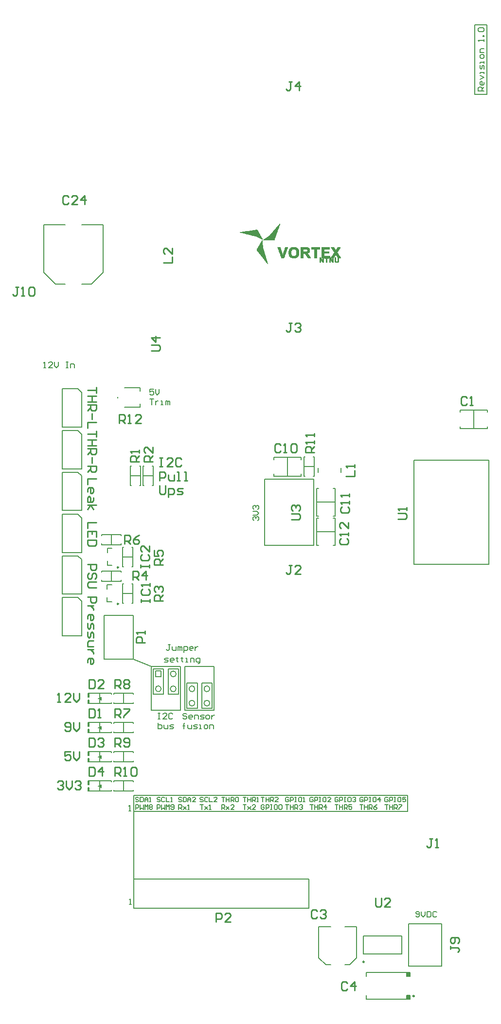
<source format=gto>
G04 Layer_Color=65535*
%FSLAX25Y25*%
%MOIN*%
G70*
G01*
G75*
%ADD27C,0.01000*%
%ADD64C,0.00787*%
%ADD65C,0.00984*%
%ADD66C,0.00100*%
%ADD67C,0.00591*%
%ADD68R,0.02165X0.02657*%
D27*
X77378Y-107240D02*
X79377D01*
X78378D01*
Y-113238D01*
X77378D01*
X79377D01*
X86375D02*
X82376D01*
X86375Y-109240D01*
Y-108240D01*
X85375Y-107240D01*
X83376D01*
X82376Y-108240D01*
X92373D02*
X91373Y-107240D01*
X89374D01*
X88374Y-108240D01*
Y-112239D01*
X89374Y-113238D01*
X91373D01*
X92373Y-112239D01*
X77378Y-122836D02*
Y-116838D01*
X80377D01*
X81377Y-117838D01*
Y-119837D01*
X80377Y-120837D01*
X77378D01*
X83376Y-118837D02*
Y-121836D01*
X84376Y-122836D01*
X87375D01*
Y-118837D01*
X89374Y-122836D02*
X91373D01*
X90374D01*
Y-116838D01*
X89374D01*
X94372Y-122836D02*
X96372D01*
X95372D01*
Y-116838D01*
X94372D01*
X77378Y-126436D02*
Y-131434D01*
X78378Y-132434D01*
X80377D01*
X81377Y-131434D01*
Y-126436D01*
X83376Y-134433D02*
Y-128435D01*
X86375D01*
X87375Y-129435D01*
Y-131434D01*
X86375Y-132434D01*
X83376D01*
X89374D02*
X92373D01*
X93373Y-131434D01*
X92373Y-130434D01*
X90374D01*
X89374Y-129435D01*
X90374Y-128435D01*
X93373D01*
X53150Y-166142D02*
Y-160144D01*
X56149D01*
X57148Y-161143D01*
Y-163143D01*
X56149Y-164142D01*
X53150D01*
X55149D02*
X57148Y-166142D01*
X63146Y-160144D02*
X61147Y-161143D01*
X59148Y-163143D01*
Y-165142D01*
X60147Y-166142D01*
X62147D01*
X63146Y-165142D01*
Y-164142D01*
X62147Y-163143D01*
X59148D01*
X115748Y-425197D02*
Y-419199D01*
X118747D01*
X119747Y-420198D01*
Y-422198D01*
X118747Y-423198D01*
X115748D01*
X125745Y-425197D02*
X121746D01*
X125745Y-421198D01*
Y-420198D01*
X124745Y-419199D01*
X122746D01*
X121746Y-420198D01*
X33951Y-59055D02*
Y-63054D01*
Y-61054D01*
X27953D01*
X33951Y-65053D02*
X27953D01*
X30952D01*
Y-69052D01*
X33951D01*
X27953D01*
Y-71051D02*
X33951D01*
Y-74050D01*
X32951Y-75050D01*
X30952D01*
X29952Y-74050D01*
Y-71051D01*
Y-73051D02*
X27953Y-75050D01*
X30952Y-77049D02*
Y-81048D01*
X33951Y-83047D02*
X27953D01*
Y-87046D01*
X33951Y-88976D02*
Y-92975D01*
Y-90976D01*
X27953D01*
X33951Y-94974D02*
X27953D01*
X30952D01*
Y-98973D01*
X33951D01*
X27953D01*
Y-100972D02*
X33951D01*
Y-103972D01*
X32951Y-104971D01*
X30952D01*
X29952Y-103972D01*
Y-100972D01*
Y-102972D02*
X27953Y-104971D01*
X30952Y-106971D02*
Y-110969D01*
X27953Y-112969D02*
X33951D01*
Y-115968D01*
X32951Y-116967D01*
X30952D01*
X29952Y-115968D01*
Y-112969D01*
Y-114968D02*
X27953Y-116967D01*
X33951Y-121653D02*
X27953D01*
Y-125652D01*
Y-130651D02*
Y-128651D01*
X28952Y-127652D01*
X30952D01*
X31951Y-128651D01*
Y-130651D01*
X30952Y-131650D01*
X29952D01*
Y-127652D01*
X31951Y-134649D02*
Y-136649D01*
X30952Y-137648D01*
X27953D01*
Y-134649D01*
X28952Y-133650D01*
X29952Y-134649D01*
Y-137648D01*
X27953Y-139648D02*
X33951D01*
X29952D02*
X31951Y-142647D01*
X29952Y-139648D02*
X27953Y-142647D01*
X33951Y-151575D02*
X27953D01*
Y-155573D01*
X33951Y-161572D02*
Y-157573D01*
X27953D01*
Y-161572D01*
X30952Y-157573D02*
Y-159572D01*
X33951Y-163571D02*
X27953D01*
Y-166570D01*
X28952Y-167570D01*
X32951D01*
X33951Y-166570D01*
Y-163571D01*
X27953Y-180315D02*
X33951D01*
Y-183314D01*
X32951Y-184314D01*
X30952D01*
X29952Y-183314D01*
Y-180315D01*
X32951Y-190312D02*
X33951Y-189312D01*
Y-187313D01*
X32951Y-186313D01*
X31951D01*
X30952Y-187313D01*
Y-189312D01*
X29952Y-190312D01*
X28952D01*
X27953Y-189312D01*
Y-187313D01*
X28952Y-186313D01*
X33951Y-192311D02*
X28952D01*
X27953Y-193311D01*
Y-195310D01*
X28952Y-196310D01*
X33951D01*
X27953Y-202756D02*
X33951D01*
Y-205755D01*
X32951Y-206755D01*
X30952D01*
X29952Y-205755D01*
Y-202756D01*
X31951Y-208754D02*
X27953D01*
X29952D01*
X30952Y-209754D01*
X31951Y-210753D01*
Y-211753D01*
X27953Y-217751D02*
Y-215752D01*
X28952Y-214752D01*
X30952D01*
X31951Y-215752D01*
Y-217751D01*
X30952Y-218751D01*
X29952D01*
Y-214752D01*
X27953Y-220750D02*
Y-223749D01*
X28952Y-224749D01*
X29952Y-223749D01*
Y-221750D01*
X30952Y-220750D01*
X31951Y-221750D01*
Y-224749D01*
X27953Y-226748D02*
Y-229747D01*
X28952Y-230747D01*
X29952Y-229747D01*
Y-227748D01*
X30952Y-226748D01*
X31951Y-227748D01*
Y-230747D01*
Y-232746D02*
X28952D01*
X27953Y-233746D01*
Y-236745D01*
X31951D01*
Y-238744D02*
X27953D01*
X29952D01*
X30952Y-239744D01*
X31951Y-240744D01*
Y-241743D01*
X27953Y-247741D02*
Y-245742D01*
X28952Y-244742D01*
X30952D01*
X31951Y-245742D01*
Y-247741D01*
X30952Y-248741D01*
X29952D01*
Y-244742D01*
X276679Y-442064D02*
Y-444064D01*
Y-443064D01*
X281678D01*
X282677Y-444064D01*
Y-445063D01*
X281678Y-446063D01*
Y-440065D02*
X282677Y-439065D01*
Y-437066D01*
X281678Y-436066D01*
X277679D01*
X276679Y-437066D01*
Y-439065D01*
X277679Y-440065D01*
X278678D01*
X279678Y-439065D01*
Y-436066D01*
X225197Y-408963D02*
Y-413961D01*
X226197Y-414961D01*
X228196D01*
X229196Y-413961D01*
Y-408963D01*
X235194Y-414961D02*
X231195D01*
X235194Y-410962D01*
Y-409962D01*
X234194Y-408963D01*
X232195D01*
X231195Y-409962D01*
X205967Y-467443D02*
X204967Y-466443D01*
X202968D01*
X201969Y-467443D01*
Y-471441D01*
X202968Y-472441D01*
X204967D01*
X205967Y-471441D01*
X210966Y-472441D02*
Y-466443D01*
X207967Y-469442D01*
X211965D01*
X185101Y-417836D02*
X184101Y-416837D01*
X182102D01*
X181102Y-417836D01*
Y-421835D01*
X182102Y-422835D01*
X184101D01*
X185101Y-421835D01*
X187100Y-417836D02*
X188100Y-416837D01*
X190100D01*
X191099Y-417836D01*
Y-418836D01*
X190100Y-419836D01*
X189100D01*
X190100D01*
X191099Y-420835D01*
Y-421835D01*
X190100Y-422835D01*
X188100D01*
X187100Y-421835D01*
X72441Y-109843D02*
X66443D01*
Y-106843D01*
X67443Y-105844D01*
X69442D01*
X70442Y-106843D01*
Y-109843D01*
Y-107843D02*
X72441Y-105844D01*
Y-99846D02*
Y-103844D01*
X68442Y-99846D01*
X67443D01*
X66443Y-100845D01*
Y-102845D01*
X67443Y-103844D01*
X63386Y-109843D02*
X57388D01*
Y-106843D01*
X58388Y-105844D01*
X60387D01*
X61387Y-106843D01*
Y-109843D01*
Y-107843D02*
X63386Y-105844D01*
Y-103844D02*
Y-101845D01*
Y-102845D01*
X57388D01*
X58388Y-103844D01*
X79528Y-180709D02*
X73529D01*
Y-177710D01*
X74529Y-176710D01*
X76529D01*
X77528Y-177710D01*
Y-180709D01*
Y-178709D02*
X79528Y-176710D01*
X73529Y-170712D02*
Y-174711D01*
X76529D01*
X75529Y-172711D01*
Y-171712D01*
X76529Y-170712D01*
X78528D01*
X79528Y-171712D01*
Y-173711D01*
X78528Y-174711D01*
X64081Y-182677D02*
Y-180678D01*
Y-181677D01*
X70079D01*
Y-182677D01*
Y-180678D01*
X65080Y-173680D02*
X64081Y-174680D01*
Y-176679D01*
X65080Y-177679D01*
X69079D01*
X70079Y-176679D01*
Y-174680D01*
X69079Y-173680D01*
X70079Y-167682D02*
Y-171681D01*
X66080Y-167682D01*
X65080D01*
X64081Y-168682D01*
Y-170681D01*
X65080Y-171681D01*
X59055Y-190945D02*
Y-184947D01*
X62054D01*
X63054Y-185947D01*
Y-187946D01*
X62054Y-188945D01*
X59055D01*
X61054D02*
X63054Y-190945D01*
X68052D02*
Y-184947D01*
X65053Y-187946D01*
X69052D01*
X64474Y-206299D02*
Y-204300D01*
Y-205299D01*
X70472D01*
Y-206299D01*
Y-204300D01*
X65474Y-197302D02*
X64474Y-198302D01*
Y-200301D01*
X65474Y-201301D01*
X69473D01*
X70472Y-200301D01*
Y-198302D01*
X69473Y-197302D01*
X70472Y-195303D02*
Y-193303D01*
Y-194303D01*
X64474D01*
X65474Y-195303D01*
X79528Y-205118D02*
X73529D01*
Y-202119D01*
X74529Y-201119D01*
X76529D01*
X77528Y-202119D01*
Y-205118D01*
Y-203119D02*
X79528Y-201119D01*
X74529Y-199120D02*
X73529Y-198120D01*
Y-196121D01*
X74529Y-195121D01*
X75529D01*
X76529Y-196121D01*
Y-197121D01*
Y-196121D01*
X77528Y-195121D01*
X78528D01*
X79528Y-196121D01*
Y-198120D01*
X78528Y-199120D01*
X67323Y-233858D02*
X61325D01*
Y-230859D01*
X62325Y-229860D01*
X64324D01*
X65324Y-230859D01*
Y-233858D01*
X67323Y-227860D02*
Y-225861D01*
Y-226860D01*
X61325D01*
X62325Y-227860D01*
X49606Y-83465D02*
Y-77466D01*
X52605D01*
X53605Y-78466D01*
Y-80466D01*
X52605Y-81465D01*
X49606D01*
X51606D02*
X53605Y-83465D01*
X55604D02*
X57604D01*
X56604D01*
Y-77466D01*
X55604Y-78466D01*
X64601Y-83465D02*
X60603D01*
X64601Y-79466D01*
Y-78466D01*
X63602Y-77466D01*
X61602D01*
X60603Y-78466D01*
X71561Y-33858D02*
X76559D01*
X77559Y-32859D01*
Y-30859D01*
X76559Y-29860D01*
X71561D01*
X77559Y-24861D02*
X71561D01*
X74560Y-27860D01*
Y-23862D01*
X79829Y26378D02*
X85827D01*
Y30377D01*
Y36375D02*
Y32376D01*
X81828Y36375D01*
X80828D01*
X79829Y35375D01*
Y33376D01*
X80828Y32376D01*
X15022Y71534D02*
X14023Y72534D01*
X12023D01*
X11024Y71534D01*
Y67535D01*
X12023Y66535D01*
X14023D01*
X15022Y67535D01*
X21020Y66535D02*
X17022D01*
X21020Y70534D01*
Y71534D01*
X20021Y72534D01*
X18021D01*
X17022Y71534D01*
X26019Y66535D02*
Y72534D01*
X23020Y69534D01*
X27018D01*
X167778Y-14868D02*
X165779D01*
X166779D01*
Y-19866D01*
X165779Y-20866D01*
X164779D01*
X163779Y-19866D01*
X169778Y-15868D02*
X170777Y-14868D01*
X172777D01*
X173776Y-15868D01*
Y-16867D01*
X172777Y-17867D01*
X171777D01*
X172777D01*
X173776Y-18867D01*
Y-19866D01*
X172777Y-20866D01*
X170777D01*
X169778Y-19866D01*
X264235Y-368411D02*
X262236D01*
X263235D01*
Y-373410D01*
X262236Y-374410D01*
X261236D01*
X260236Y-373410D01*
X266234Y-374410D02*
X268234D01*
X267234D01*
Y-368411D01*
X266234Y-369411D01*
X167778Y-181010D02*
X165779D01*
X166779D01*
Y-186008D01*
X165779Y-187008D01*
X164779D01*
X163779Y-186008D01*
X173776Y-187008D02*
X169778D01*
X173776Y-183009D01*
Y-182009D01*
X172777Y-181010D01*
X170777D01*
X169778Y-182009D01*
X167778Y150486D02*
X165779D01*
X166779D01*
Y145488D01*
X165779Y144488D01*
X164779D01*
X163779Y145488D01*
X172777Y144488D02*
Y150486D01*
X169778Y147487D01*
X173776D01*
X205026Y-120079D02*
X211024D01*
Y-116080D01*
Y-114081D02*
Y-112081D01*
Y-113081D01*
X205026D01*
X206025Y-114081D01*
X183071Y-103543D02*
X177073D01*
Y-100544D01*
X178073Y-99545D01*
X180072D01*
X181071Y-100544D01*
Y-103543D01*
Y-101544D02*
X183071Y-99545D01*
Y-97545D02*
Y-95546D01*
Y-96546D01*
X177073D01*
X178073Y-97545D01*
X183071Y-92547D02*
Y-90548D01*
Y-91547D01*
X177073D01*
X178073Y-92547D01*
X202088Y-140883D02*
X201089Y-141883D01*
Y-143882D01*
X202088Y-144882D01*
X206087D01*
X207087Y-143882D01*
Y-141883D01*
X206087Y-140883D01*
X207087Y-138884D02*
Y-136884D01*
Y-137884D01*
X201089D01*
X202088Y-138884D01*
X207087Y-133885D02*
Y-131886D01*
Y-132886D01*
X201089D01*
X202088Y-133885D01*
X201694Y-162537D02*
X200695Y-163536D01*
Y-165536D01*
X201694Y-166535D01*
X205693D01*
X206693Y-165536D01*
Y-163536D01*
X205693Y-162537D01*
X206693Y-160537D02*
Y-158538D01*
Y-159538D01*
X200695D01*
X201694Y-160537D01*
X206693Y-151540D02*
Y-155539D01*
X202694Y-151540D01*
X201694D01*
X200695Y-152540D01*
Y-154539D01*
X201694Y-155539D01*
X167624Y-149606D02*
X172622D01*
X173622Y-148607D01*
Y-146607D01*
X172622Y-145608D01*
X167624D01*
X168624Y-143608D02*
X167624Y-142609D01*
Y-140609D01*
X168624Y-139610D01*
X169623D01*
X170623Y-140609D01*
Y-141609D01*
Y-140609D01*
X171623Y-139610D01*
X172622D01*
X173622Y-140609D01*
Y-142609D01*
X172622Y-143608D01*
X240459Y-149213D02*
X245457D01*
X246457Y-148213D01*
Y-146214D01*
X245457Y-145214D01*
X240459D01*
X246457Y-143214D02*
Y-141215D01*
Y-142215D01*
X240459D01*
X241458Y-143214D01*
X46618Y-325300D02*
Y-319302D01*
X49617D01*
X50617Y-320302D01*
Y-322301D01*
X49617Y-323301D01*
X46618D01*
X48617D02*
X50617Y-325300D01*
X52616D02*
X54615D01*
X53616D01*
Y-319302D01*
X52616Y-320302D01*
X57614D02*
X58614Y-319302D01*
X60613D01*
X61613Y-320302D01*
Y-324301D01*
X60613Y-325300D01*
X58614D01*
X57614Y-324301D01*
Y-320302D01*
X46618Y-305300D02*
Y-299302D01*
X49617D01*
X50617Y-300302D01*
Y-302301D01*
X49617Y-303301D01*
X46618D01*
X48617D02*
X50617Y-305300D01*
X52616Y-304300D02*
X53616Y-305300D01*
X55615D01*
X56615Y-304300D01*
Y-300302D01*
X55615Y-299302D01*
X53616D01*
X52616Y-300302D01*
Y-301302D01*
X53616Y-302301D01*
X56615D01*
X46618Y-265300D02*
Y-259302D01*
X49617D01*
X50617Y-260302D01*
Y-262301D01*
X49617Y-263301D01*
X46618D01*
X48617D02*
X50617Y-265300D01*
X52616Y-260302D02*
X53616Y-259302D01*
X55615D01*
X56615Y-260302D01*
Y-261301D01*
X55615Y-262301D01*
X56615Y-263301D01*
Y-264300D01*
X55615Y-265300D01*
X53616D01*
X52616Y-264300D01*
Y-263301D01*
X53616Y-262301D01*
X52616Y-261301D01*
Y-260302D01*
X53616Y-262301D02*
X55615D01*
X46600Y-285267D02*
Y-279269D01*
X49599D01*
X50599Y-280269D01*
Y-282268D01*
X49599Y-283268D01*
X46600D01*
X48599D02*
X50599Y-285267D01*
X52598Y-279269D02*
X56597D01*
Y-280269D01*
X52598Y-284267D01*
Y-285267D01*
X29016Y-319352D02*
Y-325350D01*
X32015D01*
X33014Y-324351D01*
Y-320352D01*
X32015Y-319352D01*
X29016D01*
X38013Y-325350D02*
Y-319352D01*
X35014Y-322351D01*
X39012D01*
X29016Y-299352D02*
Y-305350D01*
X32015D01*
X33014Y-304350D01*
Y-300352D01*
X32015Y-299352D01*
X29016D01*
X35014Y-300352D02*
X36013Y-299352D01*
X38013D01*
X39012Y-300352D01*
Y-301351D01*
X38013Y-302351D01*
X37013D01*
X38013D01*
X39012Y-303351D01*
Y-304350D01*
X38013Y-305350D01*
X36013D01*
X35014Y-304350D01*
X29016Y-259352D02*
Y-265350D01*
X32015D01*
X33014Y-264351D01*
Y-260352D01*
X32015Y-259352D01*
X29016D01*
X39012Y-265350D02*
X35014D01*
X39012Y-261351D01*
Y-260352D01*
X38013Y-259352D01*
X36013D01*
X35014Y-260352D01*
X29016Y-279352D02*
Y-285350D01*
X32015D01*
X33014Y-284350D01*
Y-280352D01*
X32015Y-279352D01*
X29016D01*
X35014Y-285350D02*
X37013D01*
X36013D01*
Y-279352D01*
X35014Y-280352D01*
X160380Y-98752D02*
X159381Y-97752D01*
X157381D01*
X156382Y-98752D01*
Y-102751D01*
X157381Y-103750D01*
X159381D01*
X160380Y-102751D01*
X162380Y-103750D02*
X164379D01*
X163380D01*
Y-97752D01*
X162380Y-98752D01*
X167378D02*
X168378Y-97752D01*
X170377D01*
X171377Y-98752D01*
Y-102751D01*
X170377Y-103750D01*
X168378D01*
X167378Y-102751D01*
Y-98752D01*
X287981Y-66258D02*
X286981Y-65258D01*
X284981D01*
X283982Y-66258D01*
Y-70257D01*
X284981Y-71256D01*
X286981D01*
X287981Y-70257D01*
X289980Y-71256D02*
X291979D01*
X290980D01*
Y-65258D01*
X289980Y-66258D01*
X-19420Y9748D02*
X-21419D01*
X-20419D01*
Y4750D01*
X-21419Y3750D01*
X-22419D01*
X-23418Y4750D01*
X-17420Y3750D02*
X-15421D01*
X-16420D01*
Y9748D01*
X-17420Y8748D01*
X-12422D02*
X-11422Y9748D01*
X-9423D01*
X-8423Y8748D01*
Y4750D01*
X-9423Y3750D01*
X-11422D01*
X-12422Y4750D01*
Y8748D01*
X7150Y-329652D02*
X8149Y-328652D01*
X10149D01*
X11148Y-329652D01*
Y-330651D01*
X10149Y-331651D01*
X9149D01*
X10149D01*
X11148Y-332651D01*
Y-333651D01*
X10149Y-334650D01*
X8149D01*
X7150Y-333651D01*
X13148Y-328652D02*
Y-332651D01*
X15147Y-334650D01*
X17146Y-332651D01*
Y-328652D01*
X19146Y-329652D02*
X20145Y-328652D01*
X22145D01*
X23144Y-329652D01*
Y-330651D01*
X22145Y-331651D01*
X21145D01*
X22145D01*
X23144Y-332651D01*
Y-333651D01*
X22145Y-334650D01*
X20145D01*
X19146Y-333651D01*
X16148Y-308652D02*
X12150D01*
Y-311651D01*
X14149Y-310651D01*
X15149D01*
X16148Y-311651D01*
Y-313651D01*
X15149Y-314650D01*
X13149D01*
X12150Y-313651D01*
X18148Y-308652D02*
Y-312651D01*
X20147Y-314650D01*
X22146Y-312651D01*
Y-308652D01*
X12150Y-293651D02*
X13149Y-294650D01*
X15149D01*
X16148Y-293651D01*
Y-289652D01*
X15149Y-288652D01*
X13149D01*
X12150Y-289652D01*
Y-290651D01*
X13149Y-291651D01*
X16148D01*
X18148Y-288652D02*
Y-292651D01*
X20147Y-294650D01*
X22146Y-292651D01*
Y-288652D01*
X7150Y-274650D02*
X9149D01*
X8149D01*
Y-268652D01*
X7150Y-269652D01*
X16147Y-274650D02*
X12148D01*
X16147Y-270652D01*
Y-269652D01*
X15147Y-268652D01*
X13148D01*
X12148Y-269652D01*
X18146Y-268652D02*
Y-272651D01*
X20145Y-274650D01*
X22145Y-272651D01*
Y-268652D01*
D64*
X111638Y-265588D02*
G03*
X111638Y-265588I-1969J0D01*
G01*
Y-275431D02*
G03*
X111638Y-275431I-1969J0D01*
G01*
X101402D02*
G03*
X101402Y-275431I-1969J0D01*
G01*
Y-265588D02*
G03*
X101402Y-265588I-1969J0D01*
G01*
X88583Y-255352D02*
G03*
X88583Y-255352I-1969J0D01*
G01*
X78347Y-265588D02*
G03*
X78347Y-265588I-1969J0D01*
G01*
X88583D02*
G03*
X88583Y-265588I-1969J0D01*
G01*
X179567Y-415787D02*
Y-395787D01*
X59567Y-415787D02*
Y-395787D01*
X179567D01*
X59567Y-415787D02*
X179567D01*
X247827Y-426485D02*
X270465D01*
X247827Y-455619D02*
Y-426485D01*
Y-455619D02*
X270465D01*
Y-426485D01*
X216904Y-447253D02*
X243283D01*
X216904Y-435048D02*
X243283D01*
X216904Y-447253D02*
Y-435048D01*
X243283Y-447253D02*
Y-435048D01*
X246629Y-475517D02*
X248794D01*
X246629Y-478175D02*
Y-475517D01*
Y-462722D02*
Y-460065D01*
Y-462722D02*
X248794D01*
X218873D02*
Y-460065D01*
X248794Y-462722D02*
Y-460065D01*
X218873Y-478175D02*
Y-475517D01*
X248794Y-478175D02*
Y-475517D01*
X218873Y-460065D02*
X248794D01*
X218873Y-478175D02*
X248794D01*
X191100Y-454642D02*
X194644D01*
X186376Y-449918D02*
X191100Y-454642D01*
X207636D02*
X212360Y-449918D01*
X204093Y-454642D02*
X207636D01*
X186376Y-449918D02*
Y-428658D01*
X194644D01*
X204093D02*
X212360D01*
Y-449918D02*
Y-428658D01*
X41410Y-181056D02*
X44559D01*
X41410D02*
Y-178005D01*
Y-169245D02*
X44559D01*
X41410Y-172296D02*
Y-169245D01*
X41394Y-206056D02*
X44543D01*
X41394D02*
Y-203005D01*
Y-194245D02*
X44543D01*
X41394Y-197296D02*
Y-194245D01*
X39150Y-245121D02*
X59150D01*
X39150Y-215121D02*
X59150D01*
Y-245121D02*
Y-215121D01*
X39150Y-245121D02*
Y-215121D01*
Y-245121D02*
Y-225954D01*
X23874Y-222697D02*
Y-205621D01*
X10488Y-229243D02*
X23874D01*
X10488Y-203062D02*
X21315D01*
X10488Y-229243D02*
Y-203062D01*
X21315D02*
X23874Y-205621D01*
Y-229243D02*
Y-222697D01*
Y-194137D02*
Y-177061D01*
X10488Y-200683D02*
X23874D01*
X10488Y-174502D02*
X21315D01*
X10488Y-200683D02*
Y-174502D01*
X21315D02*
X23874Y-177061D01*
Y-200683D02*
Y-194137D01*
Y-165577D02*
Y-148501D01*
X10488Y-172123D02*
X23874D01*
X10488Y-145942D02*
X21315D01*
X10488Y-172123D02*
Y-145942D01*
X21315D02*
X23874Y-148501D01*
Y-172123D02*
Y-165577D01*
X23874Y-136814D02*
Y-119737D01*
X10488Y-143359D02*
X23874D01*
X10488Y-117178D02*
X21315D01*
X10488Y-143359D02*
Y-117178D01*
X21315D02*
X23874Y-119737D01*
Y-143359D02*
Y-136814D01*
X23874Y-108235D02*
Y-91158D01*
X10488Y-114780D02*
X23874D01*
X10488Y-88599D02*
X21315D01*
X10488Y-114780D02*
Y-88599D01*
X21315D02*
X23874Y-91158D01*
Y-114780D02*
Y-108235D01*
Y-79675D02*
Y-62598D01*
X10488Y-86220D02*
X23874D01*
X10488Y-60039D02*
X21315D01*
X10488Y-86220D02*
Y-60039D01*
X21315D02*
X23874Y-62598D01*
Y-86220D02*
Y-79675D01*
X48669Y-66237D02*
Y-65450D01*
X53394Y-72536D02*
X64024D01*
Y-70174D01*
X53394Y-59151D02*
X64024D01*
Y-61513D02*
Y-59151D01*
X38455Y19722D02*
Y52399D01*
X23888D02*
X38455D01*
X-2097D02*
X12471D01*
X-2097Y19722D02*
Y52399D01*
X23888Y11847D02*
X30581D01*
X38455Y19722D01*
X-2097D02*
X5778Y11847D01*
X12471D01*
X201655Y-117278D02*
Y-114128D01*
X185907Y-117278D02*
Y-114128D01*
X182740Y-167327D02*
Y-122052D01*
X149276Y-167288D02*
X182740D01*
X149276D02*
Y-122052D01*
X149276Y-122052D01*
X182740D01*
X251559Y-109020D02*
X302740D01*
X251559Y-180280D02*
Y-109020D01*
Y-180280D02*
X302740D01*
Y-109020D01*
X95931Y-283100D02*
X95275Y-282444D01*
X93963D01*
X93307Y-283100D01*
Y-283756D01*
X93963Y-284412D01*
X95275D01*
X95931Y-285068D01*
Y-285723D01*
X95275Y-286380D01*
X93963D01*
X93307Y-285723D01*
X99211Y-286380D02*
X97899D01*
X97243Y-285723D01*
Y-284412D01*
X97899Y-283756D01*
X99211D01*
X99867Y-284412D01*
Y-285068D01*
X97243D01*
X101179Y-286380D02*
Y-283756D01*
X103147D01*
X103802Y-284412D01*
Y-286380D01*
X105114D02*
X107082D01*
X107738Y-285723D01*
X107082Y-285068D01*
X105770D01*
X105114Y-284412D01*
X105770Y-283756D01*
X107738D01*
X109706Y-286380D02*
X111018D01*
X111674Y-285723D01*
Y-284412D01*
X111018Y-283756D01*
X109706D01*
X109050Y-284412D01*
Y-285723D01*
X109706Y-286380D01*
X112986Y-283756D02*
Y-286380D01*
Y-285068D01*
X113642Y-284412D01*
X114298Y-283756D01*
X114954D01*
X93963Y-292992D02*
Y-289712D01*
Y-291024D01*
X93307D01*
X94619D01*
X93963D01*
Y-289712D01*
X94619Y-289056D01*
X96587Y-290368D02*
Y-292336D01*
X97243Y-292992D01*
X99211D01*
Y-290368D01*
X100523Y-292992D02*
X102490D01*
X103146Y-292336D01*
X102490Y-291680D01*
X101179D01*
X100523Y-291024D01*
X101179Y-290368D01*
X103146D01*
X104458Y-292992D02*
X105770D01*
X105114D01*
Y-290368D01*
X104458D01*
X108394Y-292992D02*
X109706D01*
X110362Y-292336D01*
Y-291024D01*
X109706Y-290368D01*
X108394D01*
X107738Y-291024D01*
Y-292336D01*
X108394Y-292992D01*
X111674D02*
Y-290368D01*
X113642D01*
X114298Y-291024D01*
Y-292992D01*
X73096Y-60318D02*
X70472D01*
Y-62286D01*
X71784Y-61630D01*
X72440D01*
X73096Y-62286D01*
Y-63598D01*
X72440Y-64253D01*
X71128D01*
X70472Y-63598D01*
X74408Y-60318D02*
Y-62942D01*
X75720Y-64253D01*
X77032Y-62942D01*
Y-60318D01*
X70472Y-66930D02*
X73096D01*
X71784D01*
Y-70866D01*
X74408Y-68242D02*
Y-70866D01*
Y-69554D01*
X75064Y-68898D01*
X75720Y-68242D01*
X76376D01*
X78344Y-70866D02*
X79656D01*
X79000D01*
Y-68242D01*
X78344D01*
X81624Y-70866D02*
Y-68242D01*
X82280D01*
X82936Y-68898D01*
Y-70866D01*
Y-68898D01*
X83592Y-68242D01*
X84247Y-68898D01*
Y-70866D01*
X76378Y-282365D02*
X77690D01*
X77034D01*
Y-286301D01*
X76378D01*
X77690D01*
X82282D02*
X79658D01*
X82282Y-283677D01*
Y-283021D01*
X81626Y-282365D01*
X80314D01*
X79658Y-283021D01*
X86217D02*
X85561Y-282365D01*
X84249D01*
X83593Y-283021D01*
Y-285645D01*
X84249Y-286301D01*
X85561D01*
X86217Y-285645D01*
X76378Y-288978D02*
Y-292913D01*
X78346D01*
X79002Y-292257D01*
Y-291601D01*
Y-290946D01*
X78346Y-290290D01*
X76378D01*
X80314D02*
Y-292257D01*
X80970Y-292913D01*
X82938D01*
Y-290290D01*
X84249Y-292913D02*
X86217D01*
X86873Y-292257D01*
X86217Y-291601D01*
X84905D01*
X84249Y-290946D01*
X84905Y-290290D01*
X86873D01*
X84644Y-235253D02*
X83333D01*
X83988D01*
Y-238533D01*
X83333Y-239189D01*
X82677D01*
X82021Y-238533D01*
X85956Y-236565D02*
Y-238533D01*
X86612Y-239189D01*
X88580D01*
Y-236565D01*
X89892Y-239189D02*
Y-236565D01*
X90548D01*
X91204Y-237221D01*
Y-239189D01*
Y-237221D01*
X91860Y-236565D01*
X92516Y-237221D01*
Y-239189D01*
X93828Y-240501D02*
Y-236565D01*
X95796D01*
X96452Y-237221D01*
Y-238533D01*
X95796Y-239189D01*
X93828D01*
X99731D02*
X98419D01*
X97764Y-238533D01*
Y-237221D01*
X98419Y-236565D01*
X99731D01*
X100387Y-237221D01*
Y-237877D01*
X97764D01*
X101699Y-236565D02*
Y-239189D01*
Y-237877D01*
X102355Y-237221D01*
X103011Y-236565D01*
X103667D01*
X80709Y-247113D02*
X82677D01*
X83333Y-246457D01*
X82677Y-245801D01*
X81365D01*
X80709Y-245145D01*
X81365Y-244490D01*
X83333D01*
X86612Y-247113D02*
X85300D01*
X84644Y-246457D01*
Y-245145D01*
X85300Y-244490D01*
X86612D01*
X87268Y-245145D01*
Y-245801D01*
X84644D01*
X89236Y-243833D02*
Y-244490D01*
X88580D01*
X89892D01*
X89236D01*
Y-246457D01*
X89892Y-247113D01*
X92516Y-243833D02*
Y-244490D01*
X91860D01*
X93172D01*
X92516D01*
Y-246457D01*
X93172Y-247113D01*
X95140D02*
X96452D01*
X95796D01*
Y-244490D01*
X95140D01*
X98419Y-247113D02*
Y-244490D01*
X100387D01*
X101043Y-245145D01*
Y-247113D01*
X103667Y-248425D02*
X104323D01*
X104979Y-247769D01*
Y-244490D01*
X103011D01*
X102355Y-245145D01*
Y-246457D01*
X103011Y-247113D01*
X104979D01*
X-1969Y-45669D02*
X-657D01*
X-1312D01*
Y-41734D01*
X-1969Y-42390D01*
X3935Y-45669D02*
X1311D01*
X3935Y-43045D01*
Y-42390D01*
X3279Y-41734D01*
X1967D01*
X1311Y-42390D01*
X5247Y-41734D02*
Y-44357D01*
X6559Y-45669D01*
X7871Y-44357D01*
Y-41734D01*
X13118D02*
X14430D01*
X13774D01*
Y-45669D01*
X13118D01*
X14430D01*
X16398D02*
Y-43045D01*
X18366D01*
X19022Y-43701D01*
Y-45669D01*
X141996Y-150394D02*
X141340Y-149738D01*
Y-148426D01*
X141996Y-147770D01*
X142652D01*
X143308Y-148426D01*
Y-149082D01*
Y-148426D01*
X143964Y-147770D01*
X144620D01*
X145276Y-148426D01*
Y-149738D01*
X144620Y-150394D01*
X141340Y-146458D02*
X143964D01*
X145276Y-145146D01*
X143964Y-143834D01*
X141340D01*
X141996Y-142522D02*
X141340Y-141866D01*
Y-140554D01*
X141996Y-139898D01*
X142652D01*
X143308Y-140554D01*
Y-141210D01*
Y-140554D01*
X143964Y-139898D01*
X144620D01*
X145276Y-140554D01*
Y-141866D01*
X144620Y-142522D01*
X252756Y-421391D02*
X253412Y-422047D01*
X254724D01*
X255380Y-421391D01*
Y-418767D01*
X254724Y-418112D01*
X253412D01*
X252756Y-418767D01*
Y-419423D01*
X253412Y-420079D01*
X255380D01*
X256692Y-418112D02*
Y-420735D01*
X258004Y-422047D01*
X259315Y-420735D01*
Y-418112D01*
X260627D02*
Y-422047D01*
X262595D01*
X263251Y-421391D01*
Y-418767D01*
X262595Y-418112D01*
X260627D01*
X267187Y-418767D02*
X266531Y-418112D01*
X265219D01*
X264563Y-418767D01*
Y-421391D01*
X265219Y-422047D01*
X266531D01*
X267187Y-421391D01*
X299606Y144095D02*
X295671D01*
Y146062D01*
X296326Y146718D01*
X297638D01*
X298294Y146062D01*
Y144095D01*
Y145406D02*
X299606Y146718D01*
Y149998D02*
Y148686D01*
X298950Y148030D01*
X297638D01*
X296983Y148686D01*
Y149998D01*
X297638Y150654D01*
X298294D01*
Y148030D01*
X296983Y151966D02*
X299606Y153278D01*
X296983Y154590D01*
X299606Y155902D02*
Y157214D01*
Y156558D01*
X296983D01*
Y155902D01*
X299606Y159181D02*
Y161149D01*
X298950Y161805D01*
X298294Y161149D01*
Y159837D01*
X297638Y159181D01*
X296983Y159837D01*
Y161805D01*
X299606Y163117D02*
Y164429D01*
Y163773D01*
X296983D01*
Y163117D01*
X299606Y167053D02*
Y168365D01*
X298950Y169021D01*
X297638D01*
X296983Y168365D01*
Y167053D01*
X297638Y166397D01*
X298950D01*
X299606Y167053D01*
Y170333D02*
X296983D01*
Y172301D01*
X297638Y172957D01*
X299606D01*
Y178204D02*
Y179516D01*
Y178860D01*
X295671D01*
X296326Y178204D01*
X299606Y181484D02*
X298950D01*
Y182140D01*
X299606D01*
Y181484D01*
X296326Y184764D02*
X295671Y185420D01*
Y186732D01*
X296326Y187388D01*
X298950D01*
X299606Y186732D01*
Y185420D01*
X298950Y184764D01*
X296326D01*
X56693Y-413386D02*
X58005D01*
X57349D01*
Y-409450D01*
X56693Y-410106D01*
X56299Y-349213D02*
X57611D01*
X56955D01*
Y-345277D01*
X56299Y-345933D01*
D65*
X217594Y-452666D02*
G03*
X217594Y-452666I-492J0D01*
G01*
X251846Y-476108D02*
G03*
X251846Y-476108I-492J0D01*
G01*
X49185Y-182335D02*
G03*
X49185Y-182335I-492J0D01*
G01*
X49169Y-207335D02*
G03*
X49169Y-207335I-492J0D01*
G01*
D66*
X151155Y25802D02*
X151255D01*
X151055Y25902D02*
X151155D01*
X151055Y26002D02*
X151155D01*
X150955Y26102D02*
X151155D01*
X150855Y26202D02*
X151155D01*
X150755Y26302D02*
X151055D01*
X150755Y26402D02*
X151055D01*
X150655Y26502D02*
X151055D01*
X198155Y26602D02*
X198955D01*
X150555D02*
X150955D01*
X197755Y26702D02*
X199355D01*
X195555D02*
X196355D01*
X193555D02*
X194255D01*
X191255D02*
X191955D01*
X188855D02*
X189655D01*
X186855D02*
X187555D01*
X150455D02*
X150955D01*
X197655Y26802D02*
X199455D01*
X195555D02*
X196355D01*
X193555D02*
X194255D01*
X191255D02*
X191955D01*
X188855D02*
X189655D01*
X186855D02*
X187555D01*
X150355D02*
X150955D01*
X197555Y26902D02*
X199655D01*
X195455D02*
X196355D01*
X193555D02*
X194255D01*
X191255D02*
X191955D01*
X188755D02*
X189655D01*
X186855D02*
X187555D01*
X150355D02*
X150855D01*
X197455Y27002D02*
X199755D01*
X195355D02*
X196355D01*
X193555D02*
X194255D01*
X191255D02*
X191955D01*
X188655D02*
X189655D01*
X186855D02*
X187555D01*
X150255D02*
X150855D01*
X197355Y27102D02*
X199755D01*
X195355D02*
X196355D01*
X193555D02*
X194255D01*
X191255D02*
X191955D01*
X188655D02*
X189655D01*
X186855D02*
X187555D01*
X150155D02*
X150855D01*
X198755Y27202D02*
X199855D01*
X197355D02*
X198355D01*
X195255D02*
X196355D01*
X193555D02*
X194255D01*
X191255D02*
X191955D01*
X188555D02*
X189655D01*
X186855D02*
X187555D01*
X150055D02*
X150855D01*
X199055Y27302D02*
X199855D01*
X197255D02*
X198155D01*
X195255D02*
X196355D01*
X193555D02*
X194255D01*
X191255D02*
X191955D01*
X188455D02*
X189655D01*
X186855D02*
X187555D01*
X149955D02*
X150755D01*
X199155Y27402D02*
X199855D01*
X197255D02*
X198055D01*
X195155D02*
X196355D01*
X193555D02*
X194255D01*
X191255D02*
X191955D01*
X188455D02*
X189655D01*
X186855D02*
X187555D01*
X149955D02*
X150755D01*
X199155Y27502D02*
X199855D01*
X197255D02*
X197955D01*
X195055D02*
X196355D01*
X193555D02*
X194255D01*
X191255D02*
X191955D01*
X188355D02*
X189655D01*
X186855D02*
X187555D01*
X149855D02*
X150755D01*
X199155Y27602D02*
X199955D01*
X197255D02*
X197955D01*
X195055D02*
X196355D01*
X193555D02*
X194255D01*
X191255D02*
X191955D01*
X188355D02*
X189655D01*
X186855D02*
X187555D01*
X149755D02*
X150655D01*
X199255Y27702D02*
X199955D01*
X197255D02*
X197955D01*
X194955D02*
X196355D01*
X193555D02*
X194255D01*
X191255D02*
X191955D01*
X188255D02*
X189655D01*
X186855D02*
X187555D01*
X149655D02*
X150655D01*
X199255Y27802D02*
X199955D01*
X197255D02*
X197955D01*
X194855D02*
X196355D01*
X193555D02*
X194255D01*
X191255D02*
X191955D01*
X188255D02*
X189655D01*
X186855D02*
X187555D01*
X149655D02*
X150655D01*
X199255Y27902D02*
X199955D01*
X197255D02*
X197955D01*
X195655D02*
X196355D01*
X194855D02*
X195555D01*
X193555D02*
X194255D01*
X191255D02*
X191955D01*
X188955D02*
X189655D01*
X188155D02*
X188855D01*
X186855D02*
X187555D01*
X149555D02*
X150555D01*
X199255Y28002D02*
X199955D01*
X197255D02*
X197855D01*
X195655D02*
X196355D01*
X194755D02*
X195555D01*
X193555D02*
X194255D01*
X191255D02*
X191955D01*
X188955D02*
X189655D01*
X188055D02*
X188855D01*
X186855D02*
X187555D01*
X149455D02*
X150555D01*
X199255Y28102D02*
X199955D01*
X197255D02*
X197855D01*
X195655D02*
X196355D01*
X194755D02*
X195455D01*
X193555D02*
X194255D01*
X191255D02*
X191955D01*
X188955D02*
X189655D01*
X188055D02*
X188755D01*
X186855D02*
X187555D01*
X149355D02*
X150555D01*
X199255Y28202D02*
X199955D01*
X197155D02*
X197855D01*
X195655D02*
X196355D01*
X194655D02*
X195455D01*
X193555D02*
X194255D01*
X191255D02*
X191955D01*
X188955D02*
X189655D01*
X187955D02*
X188755D01*
X186855D02*
X187555D01*
X149255D02*
X150555D01*
X199255Y28302D02*
X199955D01*
X197155D02*
X197855D01*
X195655D02*
X196355D01*
X194555D02*
X195355D01*
X193555D02*
X194255D01*
X191255D02*
X191955D01*
X188955D02*
X189655D01*
X187855D02*
X188655D01*
X186855D02*
X187555D01*
X149255D02*
X150455D01*
X199255Y28402D02*
X199955D01*
X197155D02*
X197855D01*
X195655D02*
X196355D01*
X194555D02*
X195255D01*
X193555D02*
X194255D01*
X191255D02*
X191955D01*
X188955D02*
X189655D01*
X187855D02*
X188655D01*
X186855D02*
X187555D01*
X149155D02*
X150455D01*
X199255Y28502D02*
X199955D01*
X197155D02*
X197855D01*
X195655D02*
X196355D01*
X194455D02*
X195255D01*
X193555D02*
X194255D01*
X191255D02*
X191955D01*
X188955D02*
X189655D01*
X187755D02*
X188555D01*
X186855D02*
X187555D01*
X149055D02*
X150455D01*
X199255Y28602D02*
X199955D01*
X197155D02*
X197855D01*
X195655D02*
X196355D01*
X194355D02*
X195155D01*
X193555D02*
X194255D01*
X191255D02*
X191955D01*
X188955D02*
X189655D01*
X187655D02*
X188455D01*
X186855D02*
X187555D01*
X148955D02*
X150355D01*
X199255Y28702D02*
X199955D01*
X197155D02*
X197855D01*
X195655D02*
X196355D01*
X194355D02*
X195155D01*
X193555D02*
X194255D01*
X191255D02*
X191955D01*
X188955D02*
X189655D01*
X187655D02*
X188455D01*
X186855D02*
X187555D01*
X148955D02*
X150355D01*
X199255Y28802D02*
X199955D01*
X197155D02*
X197855D01*
X195655D02*
X196355D01*
X193555D02*
X195055D01*
X191255D02*
X191955D01*
X188955D02*
X189655D01*
X186855D02*
X188355D01*
X148855D02*
X150355D01*
X199255Y28902D02*
X199955D01*
X197155D02*
X197855D01*
X195655D02*
X196355D01*
X193555D02*
X194955D01*
X191255D02*
X191955D01*
X188955D02*
X189655D01*
X186855D02*
X188255D01*
X148755D02*
X150255D01*
X199255Y29002D02*
X199955D01*
X197155D02*
X197855D01*
X195655D02*
X196355D01*
X193555D02*
X194955D01*
X191255D02*
X191955D01*
X188955D02*
X189655D01*
X186855D02*
X188255D01*
X148655D02*
X150255D01*
X199255Y29102D02*
X199955D01*
X197155D02*
X197855D01*
X195655D02*
X196355D01*
X193555D02*
X194855D01*
X191255D02*
X191955D01*
X188955D02*
X189655D01*
X186855D02*
X188155D01*
X148555D02*
X150255D01*
X199255Y29202D02*
X199955D01*
X197155D02*
X197855D01*
X195655D02*
X196355D01*
X193555D02*
X194755D01*
X191255D02*
X191955D01*
X188955D02*
X189655D01*
X186855D02*
X188055D01*
X148555D02*
X150255D01*
X199255Y29302D02*
X199955D01*
X197155D02*
X197855D01*
X195655D02*
X196355D01*
X193555D02*
X194755D01*
X191255D02*
X191955D01*
X188955D02*
X189655D01*
X186855D02*
X188055D01*
X148455D02*
X150155D01*
X199255Y29402D02*
X199955D01*
X197155D02*
X197855D01*
X195655D02*
X196355D01*
X193555D02*
X194655D01*
X191255D02*
X191955D01*
X188955D02*
X189655D01*
X186855D02*
X187955D01*
X148355D02*
X150155D01*
X199255Y29502D02*
X199955D01*
X197155D02*
X197855D01*
X195655D02*
X196355D01*
X193555D02*
X194655D01*
X190255D02*
X192955D01*
X188955D02*
X189655D01*
X186855D02*
X187955D01*
X148255D02*
X150155D01*
X199255Y29602D02*
X199955D01*
X197155D02*
X197855D01*
X195655D02*
X196355D01*
X193555D02*
X194555D01*
X190255D02*
X192955D01*
X188955D02*
X189655D01*
X186855D02*
X187855D01*
X168655D02*
X169655D01*
X148155D02*
X150055D01*
X199255Y29702D02*
X199955D01*
X197155D02*
X197855D01*
X195655D02*
X196355D01*
X193555D02*
X194455D01*
X190255D02*
X192955D01*
X188955D02*
X189655D01*
X186855D02*
X187855D01*
X168155D02*
X170155D01*
X148155D02*
X150055D01*
X199255Y29802D02*
X201255D01*
X197155D02*
X197855D01*
X194555D02*
X196355D01*
X188155D02*
X194455D01*
X186855D02*
X187755D01*
X183355D02*
X184855D01*
X178755D02*
X180655D01*
X174055D02*
X175655D01*
X167755D02*
X170555D01*
X160655D02*
X162355D01*
X148055D02*
X150055D01*
X199255Y29902D02*
X201255D01*
X197155D02*
X197855D01*
X194555D02*
X196455D01*
X188155D02*
X194355D01*
X186855D02*
X187655D01*
X183355D02*
X184855D01*
X178755D02*
X180555D01*
X174055D02*
X175655D01*
X167555D02*
X170755D01*
X160655D02*
X162455D01*
X147955D02*
X149955D01*
X199255Y30002D02*
X201155D01*
X197155D02*
X197855D01*
X194655D02*
X196555D01*
X188155D02*
X194255D01*
X186855D02*
X187655D01*
X183355D02*
X184855D01*
X178655D02*
X180455D01*
X174055D02*
X175655D01*
X167355D02*
X170955D01*
X160555D02*
X162455D01*
X147855D02*
X149955D01*
X199255Y30102D02*
X201055D01*
X194755D02*
X196555D01*
X188155D02*
X193755D01*
X183355D02*
X184855D01*
X178555D02*
X180455D01*
X174055D02*
X175655D01*
X167155D02*
X171155D01*
X160555D02*
X162455D01*
X147755D02*
X149955D01*
X199155Y30202D02*
X200955D01*
X194755D02*
X196655D01*
X188155D02*
X193755D01*
X183355D02*
X184855D01*
X178555D02*
X180355D01*
X174055D02*
X175655D01*
X166955D02*
X171255D01*
X160555D02*
X162555D01*
X147755D02*
X149855D01*
X199055Y30302D02*
X200955D01*
X194855D02*
X196755D01*
X188155D02*
X193755D01*
X183355D02*
X184855D01*
X178455D02*
X180355D01*
X174055D02*
X175655D01*
X166855D02*
X171455D01*
X160455D02*
X162555D01*
X147655D02*
X149855D01*
X199055Y30402D02*
X200855D01*
X194955D02*
X196755D01*
X188155D02*
X193755D01*
X183355D02*
X184855D01*
X178355D02*
X180255D01*
X174055D02*
X175655D01*
X166755D02*
X171555D01*
X160455D02*
X162555D01*
X147555D02*
X149855D01*
X198955Y30502D02*
X200855D01*
X194955D02*
X196855D01*
X188155D02*
X193755D01*
X183355D02*
X184855D01*
X178355D02*
X180155D01*
X174055D02*
X175655D01*
X166655D02*
X171655D01*
X160455D02*
X162655D01*
X147455D02*
X149855D01*
X198855Y30602D02*
X200755D01*
X195055D02*
X196955D01*
X188155D02*
X193755D01*
X183355D02*
X184855D01*
X178255D02*
X180155D01*
X174055D02*
X175655D01*
X166555D02*
X171755D01*
X160355D02*
X162655D01*
X147355D02*
X149755D01*
X198855Y30702D02*
X200655D01*
X195155D02*
X196955D01*
X188155D02*
X193755D01*
X183355D02*
X184855D01*
X178155D02*
X180055D01*
X174055D02*
X175655D01*
X166455D02*
X171855D01*
X160355D02*
X162655D01*
X147355D02*
X149755D01*
X198755Y30802D02*
X200655D01*
X195155D02*
X197055D01*
X188155D02*
X193755D01*
X183355D02*
X184855D01*
X178155D02*
X179955D01*
X174055D02*
X175655D01*
X166355D02*
X171955D01*
X160355D02*
X162755D01*
X147255D02*
X149755D01*
X198655Y30902D02*
X200555D01*
X195255D02*
X197055D01*
X188155D02*
X193755D01*
X183355D02*
X184855D01*
X178055D02*
X179955D01*
X174055D02*
X175655D01*
X166255D02*
X171955D01*
X160255D02*
X162755D01*
X147155D02*
X149655D01*
X198655Y31002D02*
X200455D01*
X195355D02*
X197155D01*
X188155D02*
X193755D01*
X183355D02*
X184855D01*
X177955D02*
X179855D01*
X174055D02*
X175655D01*
X169755D02*
X172055D01*
X166255D02*
X168555D01*
X160255D02*
X162755D01*
X147055D02*
X149655D01*
X198555Y31102D02*
X200455D01*
X195355D02*
X197255D01*
X188155D02*
X189755D01*
X183355D02*
X184855D01*
X177955D02*
X179855D01*
X174055D02*
X175655D01*
X169955D02*
X172155D01*
X166155D02*
X168355D01*
X160155D02*
X162855D01*
X147055D02*
X149655D01*
X198455Y31202D02*
X200355D01*
X195455D02*
X197355D01*
X188155D02*
X189755D01*
X183355D02*
X184855D01*
X177855D02*
X179755D01*
X174055D02*
X175655D01*
X170155D02*
X172155D01*
X166055D02*
X168155D01*
X160155D02*
X162855D01*
X146955D02*
X149655D01*
X198455Y31302D02*
X200255D01*
X195555D02*
X197355D01*
X188155D02*
X189755D01*
X183355D02*
X184855D01*
X177755D02*
X179655D01*
X174055D02*
X175655D01*
X170255D02*
X172255D01*
X166055D02*
X168055D01*
X160155D02*
X162955D01*
X146855D02*
X149555D01*
X198355Y31402D02*
X200255D01*
X195555D02*
X197455D01*
X188155D02*
X189755D01*
X183355D02*
X184855D01*
X177755D02*
X179655D01*
X174055D02*
X175655D01*
X170455D02*
X172255D01*
X165955D02*
X167855D01*
X160055D02*
X162955D01*
X146755D02*
X149555D01*
X198255Y31502D02*
X200155D01*
X195655D02*
X197455D01*
X188155D02*
X189755D01*
X183355D02*
X184855D01*
X177655D02*
X179555D01*
X174055D02*
X175655D01*
X170555D02*
X172355D01*
X165955D02*
X167755D01*
X160055D02*
X162955D01*
X146655D02*
X149555D01*
X198255Y31602D02*
X200055D01*
X195755D02*
X197555D01*
X188155D02*
X189755D01*
X183355D02*
X184855D01*
X177555D02*
X179455D01*
X174055D02*
X175655D01*
X170555D02*
X172355D01*
X165855D02*
X167655D01*
X160055D02*
X163055D01*
X146655D02*
X149455D01*
X198155Y31702D02*
X200055D01*
X195755D02*
X197655D01*
X188155D02*
X189755D01*
X183355D02*
X184855D01*
X177555D02*
X179455D01*
X174055D02*
X175655D01*
X170655D02*
X172455D01*
X165855D02*
X167655D01*
X160055D02*
X163055D01*
X146555D02*
X149455D01*
X198055Y31802D02*
X199955D01*
X195855D02*
X197655D01*
X188155D02*
X189755D01*
X183355D02*
X184855D01*
X177455D02*
X179355D01*
X174055D02*
X175655D01*
X170755D02*
X172455D01*
X165855D02*
X167555D01*
X159955D02*
X163055D01*
X146455D02*
X149455D01*
X198055Y31902D02*
X199855D01*
X195955D02*
X197755D01*
X188155D02*
X189755D01*
X183355D02*
X184855D01*
X177355D02*
X179255D01*
X174055D02*
X175655D01*
X170755D02*
X172455D01*
X165855D02*
X167555D01*
X159955D02*
X163155D01*
X146355D02*
X149355D01*
X197955Y32002D02*
X199855D01*
X195955D02*
X197855D01*
X188155D02*
X189755D01*
X183355D02*
X184855D01*
X177255D02*
X179255D01*
X174055D02*
X175655D01*
X170855D02*
X172555D01*
X165755D02*
X167455D01*
X161655D02*
X163155D01*
X159855D02*
X161455D01*
X146255D02*
X149355D01*
X197955Y32102D02*
X199755D01*
X196055D02*
X197855D01*
X188155D02*
X189755D01*
X183355D02*
X184855D01*
X177255D02*
X179155D01*
X174055D02*
X175655D01*
X170855D02*
X172555D01*
X165755D02*
X167455D01*
X161655D02*
X163155D01*
X159855D02*
X161455D01*
X146255D02*
X149355D01*
X196155Y32202D02*
X199655D01*
X188155D02*
X189755D01*
X183355D02*
X184855D01*
X177155D02*
X179055D01*
X174055D02*
X175655D01*
X170955D02*
X172555D01*
X165755D02*
X167355D01*
X161755D02*
X163255D01*
X159855D02*
X161455D01*
X146155D02*
X149255D01*
X196155Y32302D02*
X199655D01*
X188155D02*
X189755D01*
X183355D02*
X184855D01*
X177055D02*
X178955D01*
X174055D02*
X175655D01*
X170955D02*
X172555D01*
X165655D02*
X167355D01*
X161755D02*
X163255D01*
X159755D02*
X161355D01*
X146055D02*
X149255D01*
X196255Y32402D02*
X199555D01*
X188155D02*
X189755D01*
X183355D02*
X184855D01*
X176955D02*
X178955D01*
X174055D02*
X175655D01*
X170955D02*
X172655D01*
X165655D02*
X167355D01*
X161755D02*
X163355D01*
X159755D02*
X161355D01*
X145955D02*
X149255D01*
X196255Y32502D02*
X199455D01*
X188155D02*
X189755D01*
X183355D02*
X184855D01*
X176855D02*
X178855D01*
X174055D02*
X175655D01*
X170955D02*
X172655D01*
X165655D02*
X167255D01*
X161755D02*
X163355D01*
X159755D02*
X161355D01*
X145955D02*
X149255D01*
X196355Y32602D02*
X199455D01*
X188155D02*
X189755D01*
X183355D02*
X184855D01*
X176655D02*
X178655D01*
X174055D02*
X175655D01*
X171055D02*
X172655D01*
X165655D02*
X167255D01*
X161855D02*
X163355D01*
X159655D02*
X161255D01*
X145855D02*
X149155D01*
X196455Y32702D02*
X199355D01*
X188155D02*
X189755D01*
X183355D02*
X184855D01*
X176355D02*
X178555D01*
X174055D02*
X175655D01*
X171055D02*
X172655D01*
X165655D02*
X167255D01*
X161855D02*
X163355D01*
X159655D02*
X161255D01*
X145755D02*
X149155D01*
X196555Y32802D02*
X199255D01*
X188155D02*
X189755D01*
X183355D02*
X184855D01*
X174055D02*
X178455D01*
X171055D02*
X172655D01*
X165655D02*
X167255D01*
X161955D02*
X163455D01*
X159655D02*
X161255D01*
X145655D02*
X149155D01*
X196555Y32902D02*
X199255D01*
X188155D02*
X193355D01*
X183355D02*
X184855D01*
X174055D02*
X178255D01*
X171055D02*
X172655D01*
X165655D02*
X167255D01*
X161955D02*
X163455D01*
X159555D02*
X161155D01*
X145555D02*
X149055D01*
X196655Y33002D02*
X199155D01*
X188155D02*
X193355D01*
X183355D02*
X184855D01*
X174055D02*
X178655D01*
X171055D02*
X172655D01*
X165655D02*
X167255D01*
X161955D02*
X163555D01*
X159555D02*
X161155D01*
X145555D02*
X149055D01*
X196655Y33102D02*
X199055D01*
X188155D02*
X193355D01*
X183355D02*
X184855D01*
X174055D02*
X178855D01*
X171055D02*
X172655D01*
X165655D02*
X167255D01*
X161955D02*
X163555D01*
X159455D02*
X161155D01*
X145455D02*
X149055D01*
X196755Y33202D02*
X199055D01*
X188155D02*
X193355D01*
X183355D02*
X184855D01*
X174055D02*
X179055D01*
X171055D02*
X172655D01*
X165655D02*
X167255D01*
X162055D02*
X163555D01*
X159455D02*
X161055D01*
X145355D02*
X149055D01*
X196855Y33302D02*
X198955D01*
X188155D02*
X193355D01*
X183355D02*
X184855D01*
X174055D02*
X179255D01*
X171055D02*
X172655D01*
X165655D02*
X167255D01*
X162055D02*
X163655D01*
X159455D02*
X161055D01*
X145255D02*
X148955D01*
X196855Y33402D02*
X198855D01*
X188155D02*
X193355D01*
X183355D02*
X184855D01*
X174055D02*
X179355D01*
X171055D02*
X172655D01*
X165655D02*
X167255D01*
X162055D02*
X163655D01*
X159355D02*
X160955D01*
X145155D02*
X148955D01*
X196955Y33502D02*
X198855D01*
X188155D02*
X193355D01*
X183355D02*
X184855D01*
X174055D02*
X179455D01*
X171055D02*
X172655D01*
X165655D02*
X167255D01*
X162155D02*
X163655D01*
X159355D02*
X160955D01*
X145155D02*
X148955D01*
X196955Y33602D02*
X198855D01*
X188155D02*
X193355D01*
X183355D02*
X184855D01*
X174055D02*
X179555D01*
X171055D02*
X172655D01*
X165655D02*
X167255D01*
X162155D02*
X163755D01*
X159355D02*
X160955D01*
X145055D02*
X148855D01*
X196855Y33702D02*
X198955D01*
X188155D02*
X193355D01*
X183355D02*
X184855D01*
X174055D02*
X179655D01*
X171055D02*
X172655D01*
X165655D02*
X167255D01*
X162155D02*
X163755D01*
X159255D02*
X160955D01*
X144955D02*
X148855D01*
X196755Y33802D02*
X198955D01*
X188155D02*
X193355D01*
X183355D02*
X184855D01*
X174055D02*
X179755D01*
X171055D02*
X172655D01*
X165655D02*
X167255D01*
X162255D02*
X163755D01*
X159255D02*
X160855D01*
X144855D02*
X148855D01*
X196755Y33902D02*
X199055D01*
X188155D02*
X193355D01*
X183355D02*
X184855D01*
X174055D02*
X179855D01*
X171055D02*
X172655D01*
X165655D02*
X167255D01*
X162255D02*
X163855D01*
X159255D02*
X160855D01*
X144855D02*
X148755D01*
X196655Y34002D02*
X199155D01*
X188155D02*
X193355D01*
X183355D02*
X184855D01*
X177655D02*
X179855D01*
X174055D02*
X175655D01*
X171055D02*
X172655D01*
X165655D02*
X167255D01*
X162255D02*
X163855D01*
X159155D02*
X160755D01*
X144755D02*
X148755D01*
X196555Y34102D02*
X199155D01*
X188155D02*
X193355D01*
X183355D02*
X184855D01*
X178055D02*
X179955D01*
X174055D02*
X175655D01*
X171055D02*
X172655D01*
X165655D02*
X167255D01*
X162355D02*
X163955D01*
X159155D02*
X160755D01*
X144655D02*
X148755D01*
X196555Y34202D02*
X199255D01*
X188155D02*
X189755D01*
X183355D02*
X184855D01*
X178255D02*
X179955D01*
X174055D02*
X175655D01*
X171055D02*
X172655D01*
X165655D02*
X167255D01*
X162355D02*
X163955D01*
X159055D02*
X160755D01*
X144555D02*
X148755D01*
X196455Y34302D02*
X199355D01*
X188155D02*
X189755D01*
X183355D02*
X184855D01*
X178355D02*
X179955D01*
X174055D02*
X175655D01*
X170955D02*
X172655D01*
X165655D02*
X167255D01*
X162355D02*
X163955D01*
X159055D02*
X160655D01*
X144455D02*
X148655D01*
X196455Y34402D02*
X199355D01*
X188155D02*
X189755D01*
X183355D02*
X184855D01*
X178355D02*
X180055D01*
X174055D02*
X175655D01*
X170955D02*
X172555D01*
X165655D02*
X167355D01*
X162455D02*
X164055D01*
X159055D02*
X160655D01*
X144455D02*
X148655D01*
X196355Y34502D02*
X199455D01*
X188155D02*
X189755D01*
X183355D02*
X184855D01*
X178455D02*
X180055D01*
X174055D02*
X175655D01*
X170955D02*
X172555D01*
X165755D02*
X167355D01*
X162455D02*
X164055D01*
X158955D02*
X160655D01*
X144355D02*
X148655D01*
X196255Y34602D02*
X199555D01*
X188155D02*
X189755D01*
X183355D02*
X184855D01*
X178455D02*
X180055D01*
X174055D02*
X175655D01*
X170955D02*
X172555D01*
X165755D02*
X167355D01*
X162455D02*
X164055D01*
X158955D02*
X160555D01*
X144255D02*
X148555D01*
X196255Y34702D02*
X199555D01*
X188155D02*
X189755D01*
X183355D02*
X184855D01*
X178455D02*
X180055D01*
X174055D02*
X175655D01*
X170855D02*
X172555D01*
X165755D02*
X167455D01*
X162555D02*
X164155D01*
X158955D02*
X160555D01*
X144155D02*
X148555D01*
X196155Y34802D02*
X199655D01*
X188155D02*
X189755D01*
X183355D02*
X184855D01*
X178455D02*
X180055D01*
X174055D02*
X175655D01*
X170855D02*
X172455D01*
X165755D02*
X167455D01*
X162555D02*
X164155D01*
X158855D02*
X160555D01*
X144055D02*
X148555D01*
X196055Y34902D02*
X199755D01*
X188155D02*
X189755D01*
X183355D02*
X184855D01*
X178455D02*
X180055D01*
X174055D02*
X175655D01*
X170755D02*
X172455D01*
X165855D02*
X167555D01*
X162555D02*
X164155D01*
X158855D02*
X160455D01*
X144055D02*
X148555D01*
X197955Y35002D02*
X199755D01*
X196055D02*
X197855D01*
X188155D02*
X189755D01*
X183355D02*
X184855D01*
X178455D02*
X180055D01*
X174055D02*
X175655D01*
X170755D02*
X172455D01*
X165855D02*
X167555D01*
X162655D02*
X164255D01*
X158855D02*
X160455D01*
X143955D02*
X148455D01*
X198055Y35102D02*
X199855D01*
X195955D02*
X197755D01*
X188155D02*
X189755D01*
X183355D02*
X184855D01*
X178455D02*
X180055D01*
X174055D02*
X175655D01*
X170655D02*
X172355D01*
X165855D02*
X167655D01*
X162655D02*
X164255D01*
X158755D02*
X160455D01*
X143855D02*
X148455D01*
X198055Y35202D02*
X199955D01*
X195855D02*
X197755D01*
X188155D02*
X189755D01*
X183355D02*
X184855D01*
X178455D02*
X180055D01*
X174055D02*
X175655D01*
X170555D02*
X172355D01*
X165955D02*
X167755D01*
X162655D02*
X164255D01*
X158755D02*
X160355D01*
X143755D02*
X148455D01*
X198155Y35302D02*
X199955D01*
X195855D02*
X197655D01*
X188155D02*
X189755D01*
X183355D02*
X184855D01*
X178355D02*
X180055D01*
X174055D02*
X175655D01*
X170455D02*
X172255D01*
X165955D02*
X167855D01*
X162755D02*
X164355D01*
X158655D02*
X160355D01*
X143755D02*
X148355D01*
X198255Y35402D02*
X200055D01*
X195755D02*
X197555D01*
X188155D02*
X189755D01*
X183355D02*
X184855D01*
X178255D02*
X180055D01*
X174055D02*
X175655D01*
X170355D02*
X172255D01*
X166055D02*
X167955D01*
X162755D02*
X164355D01*
X158655D02*
X160355D01*
X143755D02*
X148355D01*
X198255Y35502D02*
X200155D01*
X195655D02*
X197455D01*
X188155D02*
X189755D01*
X183355D02*
X184855D01*
X178155D02*
X179955D01*
X174055D02*
X175655D01*
X170255D02*
X172155D01*
X166055D02*
X168055D01*
X162755D02*
X164355D01*
X158655D02*
X160255D01*
X143855D02*
X148355D01*
X198355Y35602D02*
X200155D01*
X195655D02*
X197455D01*
X188155D02*
X189755D01*
X183355D02*
X184855D01*
X178055D02*
X179955D01*
X174055D02*
X175655D01*
X170055D02*
X172155D01*
X166155D02*
X168255D01*
X162855D02*
X164455D01*
X158655D02*
X160255D01*
X143855D02*
X148255D01*
X198455Y35702D02*
X200255D01*
X195555D02*
X197355D01*
X188155D02*
X193555D01*
X181155D02*
X186955D01*
X174055D02*
X179955D01*
X169755D02*
X172055D01*
X166255D02*
X168555D01*
X162855D02*
X164455D01*
X158555D02*
X160255D01*
X143955D02*
X148255D01*
X198455Y35802D02*
X200355D01*
X195455D02*
X197355D01*
X188155D02*
X193555D01*
X181155D02*
X186955D01*
X174055D02*
X179855D01*
X169155D02*
X171955D01*
X166255D02*
X169055D01*
X162855D02*
X164455D01*
X158555D02*
X160155D01*
X144055D02*
X148255D01*
X198555Y35902D02*
X200355D01*
X195455D02*
X197255D01*
X188155D02*
X193555D01*
X181155D02*
X186955D01*
X174055D02*
X179855D01*
X166355D02*
X171955D01*
X162955D02*
X164555D01*
X158455D02*
X160155D01*
X144055D02*
X148155D01*
X198655Y36002D02*
X200455D01*
X195355D02*
X197155D01*
X188155D02*
X193555D01*
X181155D02*
X186955D01*
X174055D02*
X179855D01*
X166455D02*
X171855D01*
X162955D02*
X164555D01*
X158455D02*
X160155D01*
X144155D02*
X148155D01*
X198655Y36102D02*
X200555D01*
X195255D02*
X197155D01*
X188155D02*
X193555D01*
X181155D02*
X186955D01*
X174055D02*
X179755D01*
X166555D02*
X171755D01*
X162955D02*
X164655D01*
X158455D02*
X160055D01*
X144155D02*
X148155D01*
X198755Y36202D02*
X200555D01*
X195255D02*
X197055D01*
X188155D02*
X193555D01*
X181155D02*
X186955D01*
X174055D02*
X179655D01*
X166655D02*
X171655D01*
X163055D02*
X164655D01*
X158355D02*
X160055D01*
X144255D02*
X148155D01*
X198855Y36302D02*
X200655D01*
X195155D02*
X196955D01*
X188155D02*
X193555D01*
X181155D02*
X186955D01*
X174055D02*
X179555D01*
X166755D02*
X171555D01*
X163055D02*
X164655D01*
X158355D02*
X160055D01*
X144255D02*
X148055D01*
X198855Y36402D02*
X200755D01*
X195055D02*
X196955D01*
X188155D02*
X193555D01*
X181155D02*
X186955D01*
X174055D02*
X179555D01*
X166855D02*
X171455D01*
X163055D02*
X164755D01*
X158355D02*
X159955D01*
X144355D02*
X148055D01*
X198955Y36502D02*
X200755D01*
X195055D02*
X196855D01*
X188155D02*
X193555D01*
X181155D02*
X186955D01*
X174055D02*
X179355D01*
X166955D02*
X171255D01*
X163155D02*
X164755D01*
X158255D02*
X159955D01*
X144455D02*
X148055D01*
X199055Y36602D02*
X200855D01*
X194955D02*
X196755D01*
X188155D02*
X193555D01*
X181155D02*
X186955D01*
X174055D02*
X179255D01*
X167055D02*
X171155D01*
X163155D02*
X164755D01*
X158255D02*
X159955D01*
X144455D02*
X147955D01*
X199055Y36702D02*
X200955D01*
X194855D02*
X196755D01*
X188155D02*
X193555D01*
X181155D02*
X186955D01*
X174055D02*
X179155D01*
X167255D02*
X170955D01*
X163155D02*
X164855D01*
X158255D02*
X159855D01*
X144555D02*
X147955D01*
X199155Y36802D02*
X200955D01*
X194855D02*
X196655D01*
X188155D02*
X193555D01*
X181155D02*
X186955D01*
X174055D02*
X178955D01*
X167455D02*
X170755D01*
X163255D02*
X164855D01*
X158155D02*
X159855D01*
X144555D02*
X147955D01*
X199255Y36902D02*
X201055D01*
X194755D02*
X196555D01*
X188155D02*
X193555D01*
X181155D02*
X186955D01*
X174055D02*
X178555D01*
X167655D02*
X170555D01*
X163255D02*
X164855D01*
X158155D02*
X159855D01*
X144655D02*
X147955D01*
X199255Y37002D02*
X201055D01*
X194655D02*
X196555D01*
X188155D02*
X193555D01*
X181155D02*
X186955D01*
X174055D02*
X177755D01*
X167955D02*
X170255D01*
X163255D02*
X164955D01*
X158055D02*
X159755D01*
X144655D02*
X147855D01*
X168555Y37102D02*
X169755D01*
X144755D02*
X147855D01*
X144855Y37202D02*
X147855D01*
X144855Y37302D02*
X147755D01*
X144955Y37402D02*
X147755D01*
X144955Y37502D02*
X147755D01*
X145055Y37602D02*
X147755D01*
X145155Y37702D02*
X147755D01*
X145155Y37802D02*
X147755D01*
X145255Y37902D02*
X147755D01*
X145255Y38002D02*
X147755D01*
X145355Y38102D02*
X147755D01*
X145355Y38202D02*
X147755D01*
X145455Y38302D02*
X147755D01*
X145455Y38402D02*
X147755D01*
X145555Y38502D02*
X147755D01*
X145655Y38602D02*
X147655D01*
X145655Y38702D02*
X147655D01*
X145755Y38802D02*
X147655D01*
X145755Y38902D02*
X147655D01*
X145855Y39002D02*
X147655D01*
X145955Y39102D02*
X147655D01*
X145955Y39202D02*
X147655D01*
X146055Y39302D02*
X147655D01*
X146055Y39402D02*
X147655D01*
X146155Y39502D02*
X147655D01*
X146155Y39602D02*
X147655D01*
X146255Y39702D02*
X147655D01*
X146355Y39802D02*
X147555D01*
X146355Y39902D02*
X147555D01*
X146455Y40002D02*
X147555D01*
X146455Y40102D02*
X147555D01*
X146555Y40202D02*
X147555D01*
X146555Y40302D02*
X147555D01*
X146655Y40402D02*
X147555D01*
X146755Y40502D02*
X147555D01*
X146755Y40602D02*
X147555D01*
X146855Y40702D02*
X147555D01*
X146855Y40802D02*
X147555D01*
X146955Y40902D02*
X147555D01*
X146955Y41002D02*
X147555D01*
X147055Y41102D02*
X147555D01*
X147155Y41202D02*
X147455D01*
X147155Y41302D02*
X147455D01*
X147255Y41402D02*
X147455D01*
X147255Y41502D02*
X147455D01*
X147355Y41602D02*
X147455D01*
X147355Y41702D02*
X147455D01*
X152255Y42002D02*
X155655D01*
X148255Y42102D02*
X155655D01*
X148355Y42202D02*
X155755D01*
X148555Y42302D02*
X155755D01*
X148755Y42402D02*
X155755D01*
X148855Y42502D02*
X155755D01*
X147455D02*
X147655D01*
X149055Y42602D02*
X155855D01*
X147255D02*
X147555D01*
X149155Y42702D02*
X155855D01*
X147155D02*
X147555D01*
X149355Y42802D02*
X155955D01*
X146855D02*
X147455D01*
X149455Y42902D02*
X155955D01*
X146755D02*
X147455D01*
X149655Y43002D02*
X155955D01*
X146555D02*
X147355D01*
X149755Y43102D02*
X156055D01*
X146355D02*
X147355D01*
X149955Y43202D02*
X156055D01*
X146155D02*
X147255D01*
X150055Y43302D02*
X156055D01*
X145955D02*
X147155D01*
X150255Y43402D02*
X156155D01*
X145755D02*
X147155D01*
X150455Y43502D02*
X156155D01*
X145555D02*
X147055D01*
X150555Y43602D02*
X156255D01*
X145355D02*
X147055D01*
X150755Y43702D02*
X156255D01*
X145155D02*
X146955D01*
X150855Y43802D02*
X156255D01*
X144955D02*
X146955D01*
X151055Y43902D02*
X156355D01*
X144755D02*
X146855D01*
X151155Y44002D02*
X156355D01*
X144555D02*
X146755D01*
X151355Y44102D02*
X156355D01*
X144355D02*
X146755D01*
X151455Y44202D02*
X156455D01*
X144155D02*
X146655D01*
X151655Y44302D02*
X156455D01*
X143955D02*
X146655D01*
X151855Y44402D02*
X156455D01*
X143755D02*
X146555D01*
X151955Y44502D02*
X156555D01*
X143555D02*
X146555D01*
X152055Y44602D02*
X156555D01*
X143055D02*
X146455D01*
X152155Y44702D02*
X156555D01*
X142755D02*
X146455D01*
X152255Y44802D02*
X156655D01*
X142255D02*
X146355D01*
X152355Y44902D02*
X156655D01*
X141955D02*
X146355D01*
X152455Y45002D02*
X156755D01*
X141455D02*
X146255D01*
X152555Y45102D02*
X156755D01*
X141055D02*
X146155D01*
X152655Y45202D02*
X156755D01*
X140655D02*
X146155D01*
X152755Y45302D02*
X156855D01*
X140255D02*
X146055D01*
X152755Y45402D02*
X156855D01*
X139855D02*
X146055D01*
X152855Y45502D02*
X156855D01*
X139455D02*
X145955D01*
X152955Y45602D02*
X156955D01*
X139055D02*
X145955D01*
X153055Y45702D02*
X156955D01*
X138655D02*
X145855D01*
X153155Y45802D02*
X157055D01*
X138255D02*
X145755D01*
X153255Y45902D02*
X157055D01*
X137855D02*
X145755D01*
X153355Y46002D02*
X157055D01*
X137455D02*
X145655D01*
X153455Y46102D02*
X157155D01*
X137055D02*
X145655D01*
X153555Y46202D02*
X157155D01*
X136655D02*
X145555D01*
X153555Y46302D02*
X157155D01*
X136255D02*
X145555D01*
X153655Y46402D02*
X157255D01*
X135855D02*
X145455D01*
X153755Y46502D02*
X157255D01*
X135455D02*
X145455D01*
X153855Y46602D02*
X157255D01*
X135055D02*
X145355D01*
X153955Y46702D02*
X157355D01*
X134655D02*
X145355D01*
X154055Y46802D02*
X157355D01*
X134255D02*
X145255D01*
X154155Y46902D02*
X157455D01*
X133755D02*
X145155D01*
X154155Y47002D02*
X157455D01*
X133455D02*
X145155D01*
X154355Y47102D02*
X157455D01*
X132955D02*
X145055D01*
X154355Y47202D02*
X157555D01*
X132655D02*
X145055D01*
X154455Y47302D02*
X157555D01*
X132155D02*
X144955D01*
X154555Y47402D02*
X157555D01*
X132355D02*
X144955D01*
X154655Y47502D02*
X157655D01*
X133055D02*
X144855D01*
X154755Y47602D02*
X157655D01*
X133755D02*
X144855D01*
X154855Y47702D02*
X157655D01*
X134455D02*
X144755D01*
X154955Y47802D02*
X157755D01*
X135155D02*
X144655D01*
X154955Y47902D02*
X157755D01*
X135955D02*
X144655D01*
X155055Y48002D02*
X157855D01*
X136555D02*
X144555D01*
X155155Y48102D02*
X157855D01*
X137355D02*
X144555D01*
X155255Y48202D02*
X157855D01*
X137955D02*
X144455D01*
X155355Y48302D02*
X157955D01*
X138755D02*
X144455D01*
X155455Y48402D02*
X157955D01*
X139355D02*
X144355D01*
X155555Y48502D02*
X157955D01*
X140155D02*
X144355D01*
X155655Y48602D02*
X158055D01*
X140855D02*
X144255D01*
X155755Y48702D02*
X158055D01*
X141555D02*
X144255D01*
X155755Y48802D02*
X158055D01*
X142255D02*
X144155D01*
X155855Y48902D02*
X158155D01*
X143055D02*
X144055D01*
X155955Y49002D02*
X158155D01*
X143655D02*
X144055D01*
X156055Y49102D02*
X158255D01*
X156155Y49202D02*
X158255D01*
X156255Y49302D02*
X158255D01*
X156355Y49402D02*
X158355D01*
X156355Y49502D02*
X158355D01*
X156455Y49602D02*
X158355D01*
X156555Y49702D02*
X158455D01*
X156655Y49802D02*
X158455D01*
X156755Y49902D02*
X158455D01*
X156855Y50002D02*
X158555D01*
X156955Y50102D02*
X158555D01*
X157055Y50202D02*
X158655D01*
X157055Y50302D02*
X158655D01*
X157155Y50402D02*
X158655D01*
X157255Y50502D02*
X158755D01*
X157355Y50602D02*
X158755D01*
X157455Y50702D02*
X158755D01*
X157555Y50802D02*
X158855D01*
X157655Y50902D02*
X158855D01*
X157755Y51002D02*
X158855D01*
X157855Y51102D02*
X158955D01*
X157855Y51202D02*
X158955D01*
X157955Y51302D02*
X159055D01*
X158055Y51402D02*
X159055D01*
X158155Y51502D02*
X159055D01*
X158255Y51602D02*
X159155D01*
X158355Y51702D02*
X159155D01*
X158455Y51802D02*
X159155D01*
X158455Y51902D02*
X159255D01*
X158655Y52002D02*
X159255D01*
X158655Y52102D02*
X159255D01*
X158755Y52202D02*
X159355D01*
X158855Y52302D02*
X159355D01*
X158955Y52402D02*
X159455D01*
X159055Y52502D02*
X159455D01*
X159155Y52602D02*
X159455D01*
X159255Y52702D02*
X159555D01*
X159255Y52802D02*
X159555D01*
X159355Y52902D02*
X159555D01*
X159455Y53002D02*
X159655D01*
X159555Y53102D02*
X159655D01*
D67*
X50842Y-166866D02*
Y-166078D01*
X37457Y-166866D02*
X50842D01*
X37457D02*
Y-166078D01*
X50842Y-160566D02*
Y-159779D01*
X37457D02*
X50842D01*
X37457Y-160566D02*
Y-159779D01*
X44150Y-166866D02*
Y-159779D01*
X293307Y141732D02*
Y189370D01*
X301575D01*
Y141732D02*
Y189370D01*
X293307Y141732D02*
X301575D01*
X59150Y-245121D02*
X71433Y-250394D01*
X94488Y-280394D02*
Y-250394D01*
Y-280394D02*
X114488D01*
Y-250394D01*
X94488D02*
X114488D01*
X96063Y-261651D02*
X103150D01*
Y-278974D02*
Y-261651D01*
X96063Y-278974D02*
X103150D01*
X96063D02*
Y-261651D01*
X106299Y-278974D02*
Y-261651D01*
Y-278974D02*
X113386D01*
Y-261651D01*
X106299D02*
X113386D01*
X83071Y-251809D02*
X90158D01*
Y-269131D02*
Y-251809D01*
X83071Y-269131D02*
X90158D01*
X83071D02*
Y-251809D01*
X72835Y-269131D02*
Y-251809D01*
Y-269131D02*
X79921D01*
Y-251809D01*
X72835D02*
X79921D01*
X74410Y-257320D02*
Y-253383D01*
Y-257320D02*
X78347D01*
Y-253383D01*
X74410D02*
X78347D01*
X71433Y-250394D02*
X91433D01*
Y-280394D02*
Y-250394D01*
X71433Y-280394D02*
X91433D01*
X71433D02*
Y-250394D01*
X59567Y-395787D02*
Y-349606D01*
X59449D02*
Y-338583D01*
Y-349606D02*
X247244D01*
Y-338583D01*
X59449D02*
X247244D01*
X36283Y-332150D02*
X37283Y-331150D01*
X36283Y-332150D02*
X37283Y-333150D01*
Y-331150D01*
X35283Y-332150D02*
X36283D01*
Y-335694D02*
Y-328607D01*
X28783Y-331150D02*
Y-328607D01*
X44283D01*
Y-329394D02*
Y-328607D01*
X28783Y-335694D02*
Y-333150D01*
Y-335694D02*
X44283D01*
Y-334906D01*
X28283Y-331150D02*
X28783D01*
X28283D02*
Y-328607D01*
X28783D01*
X28283Y-335694D02*
X28783D01*
X28283D02*
Y-333150D01*
X28783D01*
X36283Y-312150D02*
X37283Y-311150D01*
X36283Y-312150D02*
X37283Y-313150D01*
Y-311150D01*
X35283Y-312150D02*
X36283D01*
Y-315694D02*
Y-308607D01*
X28783Y-311150D02*
Y-308607D01*
X44283D01*
Y-309394D02*
Y-308607D01*
X28783Y-315694D02*
Y-313150D01*
Y-315694D02*
X44283D01*
Y-314906D01*
X28283Y-311150D02*
X28783D01*
X28283D02*
Y-308607D01*
X28783D01*
X28283Y-315694D02*
X28783D01*
X28283D02*
Y-313150D01*
X28783D01*
X36283Y-292150D02*
X37283Y-291150D01*
X36283Y-292150D02*
X37283Y-293150D01*
Y-291150D01*
X35283Y-292150D02*
X36283D01*
Y-295693D02*
Y-288607D01*
X28783Y-291150D02*
Y-288607D01*
X44283D01*
Y-289394D02*
Y-288607D01*
X28783Y-295693D02*
Y-293150D01*
Y-295693D02*
X44283D01*
Y-294906D01*
X28283Y-291150D02*
X28783D01*
X28283D02*
Y-288607D01*
X28783D01*
X28283Y-295693D02*
X28783D01*
X28283D02*
Y-293150D01*
X28783D01*
X72227Y-112957D02*
X73015D01*
Y-126343D02*
Y-112957D01*
X72227Y-126343D02*
X73015D01*
X65928Y-112957D02*
X66715D01*
X65928Y-126343D02*
Y-112957D01*
Y-126343D02*
X66715D01*
X65928Y-119650D02*
X73015D01*
X63549Y-112957D02*
X64336D01*
Y-126343D02*
Y-112957D01*
X63549Y-126343D02*
X64336D01*
X57250Y-112957D02*
X58037D01*
X57250Y-126343D02*
Y-112957D01*
Y-126343D02*
X58037D01*
X57250Y-119650D02*
X64336D01*
X51859Y-181843D02*
X52647D01*
X51859D02*
Y-168457D01*
X52647D01*
X58159Y-181843D02*
X58946D01*
Y-168457D01*
X58159D02*
X58946D01*
X51859Y-175150D02*
X58946D01*
X50842Y-191866D02*
Y-191078D01*
X37457Y-191866D02*
X50842D01*
X37457D02*
Y-191078D01*
X50842Y-185566D02*
Y-184779D01*
X37457D02*
X50842D01*
X37457Y-185566D02*
Y-184779D01*
X44150Y-191866D02*
Y-184779D01*
X51844Y-206843D02*
X52631D01*
X51844D02*
Y-193457D01*
X52631D01*
X58143Y-206843D02*
X58930D01*
Y-193457D01*
X58143D02*
X58930D01*
X51844Y-200150D02*
X58930D01*
X182543Y-106484D02*
X183331D01*
Y-119869D02*
Y-106484D01*
X182543Y-119869D02*
X183331D01*
X176244Y-106484D02*
X177032D01*
X176244Y-119869D02*
Y-106484D01*
Y-119869D02*
X177032D01*
X176244Y-113177D02*
X183331D01*
X184922Y-137767D02*
X197717D01*
X196241Y-147118D02*
X197717D01*
Y-128417D01*
X196241D02*
X197717D01*
X184922D02*
X186399D01*
X184922Y-147118D02*
Y-128417D01*
Y-147118D02*
X186399D01*
X184922Y-158060D02*
X197717D01*
X184922Y-148709D02*
X186399D01*
X184922Y-167410D02*
Y-148709D01*
Y-167410D02*
X186399D01*
X196241D02*
X197717D01*
Y-148709D01*
X196241D02*
X197717D01*
X45875Y-329394D02*
Y-328607D01*
X59261D01*
Y-329394D02*
Y-328607D01*
X45875Y-335694D02*
Y-334906D01*
Y-335694D02*
X59261D01*
Y-334906D01*
X52568Y-335694D02*
Y-328607D01*
X45875Y-309394D02*
Y-308607D01*
X59261D01*
Y-309394D02*
Y-308607D01*
X45875Y-315693D02*
Y-314906D01*
Y-315693D02*
X59261D01*
Y-314906D01*
X52568Y-315693D02*
Y-308607D01*
X45875Y-269394D02*
Y-268607D01*
X59261D01*
Y-269394D02*
Y-268607D01*
X45875Y-275693D02*
Y-274906D01*
Y-275693D02*
X59261D01*
Y-274906D01*
X52568Y-275693D02*
Y-268607D01*
X45875Y-289394D02*
Y-288607D01*
X59261D01*
Y-289394D02*
Y-288607D01*
X45875Y-295693D02*
Y-294906D01*
Y-295693D02*
X59261D01*
Y-294906D01*
X52568Y-295693D02*
Y-288607D01*
X36283Y-272150D02*
X37283Y-271150D01*
X36283Y-272150D02*
X37283Y-273150D01*
Y-271150D01*
X35283Y-272150D02*
X36283D01*
Y-275694D02*
Y-268607D01*
X28783Y-271150D02*
Y-268607D01*
X44283D01*
Y-269394D02*
Y-268607D01*
X28783Y-275694D02*
Y-273150D01*
Y-275694D02*
X44283D01*
Y-274906D01*
X28283Y-271150D02*
X28783D01*
X28283D02*
Y-268607D01*
X28783D01*
X28283Y-275694D02*
X28783D01*
X28283D02*
Y-273150D01*
X28783D01*
X165044Y-119870D02*
Y-107074D01*
X155694Y-119870D02*
Y-118393D01*
Y-119870D02*
X174395D01*
Y-118393D01*
Y-108551D02*
Y-107074D01*
X155694D02*
X174395D01*
X155694Y-108551D02*
Y-107074D01*
X292638Y-87354D02*
Y-74559D01*
X301988Y-76035D02*
Y-74559D01*
X283287D02*
X301988D01*
X283287Y-76035D02*
Y-74559D01*
Y-87354D02*
Y-85878D01*
Y-87354D02*
X301988D01*
Y-85878D01*
X199576Y-340409D02*
X199051Y-339884D01*
X198002D01*
X197477Y-340409D01*
Y-342508D01*
X198002Y-343033D01*
X199051D01*
X199576Y-342508D01*
Y-341458D01*
X198526D01*
X200625Y-343033D02*
Y-339884D01*
X202200D01*
X202724Y-340409D01*
Y-341458D01*
X202200Y-341983D01*
X200625D01*
X203774Y-339884D02*
X204823D01*
X204299D01*
Y-343033D01*
X203774D01*
X204823D01*
X207972Y-339884D02*
X206923D01*
X206398Y-340409D01*
Y-342508D01*
X206923Y-343033D01*
X207972D01*
X208497Y-342508D01*
Y-340409D01*
X207972Y-339884D01*
X209546Y-340409D02*
X210071Y-339884D01*
X211121D01*
X211645Y-340409D01*
Y-340934D01*
X211121Y-341458D01*
X210596D01*
X211121D01*
X211645Y-341983D01*
Y-342508D01*
X211121Y-343033D01*
X210071D01*
X209546Y-342508D01*
X197477Y-345080D02*
X199576D01*
X198526D01*
Y-348228D01*
X200625Y-345080D02*
Y-348228D01*
Y-346654D01*
X202724D01*
Y-345080D01*
Y-348228D01*
X203774D02*
Y-345080D01*
X205348D01*
X205873Y-345604D01*
Y-346654D01*
X205348Y-347179D01*
X203774D01*
X204823D02*
X205873Y-348228D01*
X209022Y-345080D02*
X206923D01*
Y-346654D01*
X207972Y-346129D01*
X208497D01*
X209022Y-346654D01*
Y-347704D01*
X208497Y-348228D01*
X207447D01*
X206923Y-347704D01*
X182468Y-340409D02*
X181943Y-339884D01*
X180893D01*
X180369Y-340409D01*
Y-342508D01*
X180893Y-343033D01*
X181943D01*
X182468Y-342508D01*
Y-341458D01*
X181418D01*
X183517Y-343033D02*
Y-339884D01*
X185091D01*
X185616Y-340409D01*
Y-341458D01*
X185091Y-341983D01*
X183517D01*
X186666Y-339884D02*
X187715D01*
X187191D01*
Y-343033D01*
X186666D01*
X187715D01*
X190864Y-339884D02*
X189814D01*
X189290Y-340409D01*
Y-342508D01*
X189814Y-343033D01*
X190864D01*
X191389Y-342508D01*
Y-340409D01*
X190864Y-339884D01*
X194537Y-343033D02*
X192438D01*
X194537Y-340934D01*
Y-340409D01*
X194013Y-339884D01*
X192963D01*
X192438Y-340409D01*
X180369Y-345080D02*
X182468D01*
X181418D01*
Y-348228D01*
X183517Y-345080D02*
Y-348228D01*
Y-346654D01*
X185616D01*
Y-345080D01*
Y-348228D01*
X186666D02*
Y-345080D01*
X188240D01*
X188765Y-345604D01*
Y-346654D01*
X188240Y-347179D01*
X186666D01*
X187715D02*
X188765Y-348228D01*
X191389D02*
Y-345080D01*
X189814Y-346654D01*
X191913D01*
X146940Y-339884D02*
X149039D01*
X147989D01*
Y-343033D01*
X150089Y-339884D02*
Y-343033D01*
Y-341458D01*
X152188D01*
Y-339884D01*
Y-343033D01*
X153237D02*
Y-339884D01*
X154811D01*
X155336Y-340409D01*
Y-341458D01*
X154811Y-341983D01*
X153237D01*
X154287D02*
X155336Y-343033D01*
X158485D02*
X156386D01*
X158485Y-340934D01*
Y-340409D01*
X157960Y-339884D01*
X156910D01*
X156386Y-340409D01*
X149039Y-345604D02*
X148514Y-345080D01*
X147465D01*
X146940Y-345604D01*
Y-347704D01*
X147465Y-348228D01*
X148514D01*
X149039Y-347704D01*
Y-346654D01*
X147989D01*
X150089Y-348228D02*
Y-345080D01*
X151663D01*
X152188Y-345604D01*
Y-346654D01*
X151663Y-347179D01*
X150089D01*
X153237Y-345080D02*
X154287D01*
X153762D01*
Y-348228D01*
X153237D01*
X154287D01*
X157435Y-345080D02*
X156386D01*
X155861Y-345604D01*
Y-347704D01*
X156386Y-348228D01*
X157435D01*
X157960Y-347704D01*
Y-345604D01*
X157435Y-345080D01*
X159010Y-345604D02*
X159534Y-345080D01*
X160584D01*
X161109Y-345604D01*
Y-347704D01*
X160584Y-348228D01*
X159534D01*
X159010Y-347704D01*
Y-345604D01*
X165753Y-340409D02*
X165229Y-339884D01*
X164179D01*
X163654Y-340409D01*
Y-342508D01*
X164179Y-343033D01*
X165229D01*
X165753Y-342508D01*
Y-341458D01*
X164704D01*
X166803Y-343033D02*
Y-339884D01*
X168377D01*
X168902Y-340409D01*
Y-341458D01*
X168377Y-341983D01*
X166803D01*
X169951Y-339884D02*
X171001D01*
X170476D01*
Y-343033D01*
X169951D01*
X171001D01*
X174150Y-339884D02*
X173100D01*
X172575Y-340409D01*
Y-342508D01*
X173100Y-343033D01*
X174150D01*
X174674Y-342508D01*
Y-340409D01*
X174150Y-339884D01*
X175724Y-343033D02*
X176773D01*
X176249D01*
Y-339884D01*
X175724Y-340409D01*
X163654Y-345080D02*
X165753D01*
X164704D01*
Y-348228D01*
X166803Y-345080D02*
Y-348228D01*
Y-346654D01*
X168902D01*
Y-345080D01*
Y-348228D01*
X169951D02*
Y-345080D01*
X171526D01*
X172050Y-345604D01*
Y-346654D01*
X171526Y-347179D01*
X169951D01*
X171001D02*
X172050Y-348228D01*
X173100Y-345604D02*
X173625Y-345080D01*
X174674D01*
X175199Y-345604D01*
Y-346129D01*
X174674Y-346654D01*
X174150D01*
X174674D01*
X175199Y-347179D01*
Y-347704D01*
X174674Y-348228D01*
X173625D01*
X173100Y-347704D01*
X77672Y-340409D02*
X77147Y-339884D01*
X76097D01*
X75573Y-340409D01*
Y-340934D01*
X76097Y-341458D01*
X77147D01*
X77672Y-341983D01*
Y-342508D01*
X77147Y-343033D01*
X76097D01*
X75573Y-342508D01*
X80820Y-340409D02*
X80295Y-339884D01*
X79246D01*
X78721Y-340409D01*
Y-342508D01*
X79246Y-343033D01*
X80295D01*
X80820Y-342508D01*
X81870Y-339884D02*
Y-343033D01*
X83969D01*
X85018D02*
X86068D01*
X85543D01*
Y-339884D01*
X85018Y-340409D01*
X75573Y-348228D02*
Y-345080D01*
X77147D01*
X77672Y-345604D01*
Y-346654D01*
X77147Y-347179D01*
X75573D01*
X78721Y-345080D02*
Y-348228D01*
X79771Y-347179D01*
X80820Y-348228D01*
Y-345080D01*
X81870Y-348228D02*
Y-345080D01*
X82919Y-346129D01*
X83969Y-345080D01*
Y-348228D01*
X85018Y-347704D02*
X85543Y-348228D01*
X86593D01*
X87117Y-347704D01*
Y-345604D01*
X86593Y-345080D01*
X85543D01*
X85018Y-345604D01*
Y-346129D01*
X85543Y-346654D01*
X87117D01*
X216684Y-340409D02*
X216159Y-339884D01*
X215110D01*
X214585Y-340409D01*
Y-342508D01*
X215110Y-343033D01*
X216159D01*
X216684Y-342508D01*
Y-341458D01*
X215634D01*
X217733Y-343033D02*
Y-339884D01*
X219308D01*
X219832Y-340409D01*
Y-341458D01*
X219308Y-341983D01*
X217733D01*
X220882Y-339884D02*
X221932D01*
X221407D01*
Y-343033D01*
X220882D01*
X221932D01*
X225080Y-339884D02*
X224031D01*
X223506Y-340409D01*
Y-342508D01*
X224031Y-343033D01*
X225080D01*
X225605Y-342508D01*
Y-340409D01*
X225080Y-339884D01*
X228229Y-343033D02*
Y-339884D01*
X226654Y-341458D01*
X228753D01*
X214585Y-345080D02*
X216684D01*
X215634D01*
Y-348228D01*
X217733Y-345080D02*
Y-348228D01*
Y-346654D01*
X219832D01*
Y-345080D01*
Y-348228D01*
X220882D02*
Y-345080D01*
X222456D01*
X222981Y-345604D01*
Y-346654D01*
X222456Y-347179D01*
X220882D01*
X221932D02*
X222981Y-348228D01*
X226130Y-345080D02*
X225080Y-345604D01*
X224031Y-346654D01*
Y-347704D01*
X224555Y-348228D01*
X225605D01*
X226130Y-347704D01*
Y-347179D01*
X225605Y-346654D01*
X224031D01*
X233792Y-340409D02*
X233267Y-339884D01*
X232218D01*
X231693Y-340409D01*
Y-342508D01*
X232218Y-343033D01*
X233267D01*
X233792Y-342508D01*
Y-341458D01*
X232743D01*
X234841Y-343033D02*
Y-339884D01*
X236416D01*
X236941Y-340409D01*
Y-341458D01*
X236416Y-341983D01*
X234841D01*
X237990Y-339884D02*
X239040D01*
X238515D01*
Y-343033D01*
X237990D01*
X239040D01*
X242188Y-339884D02*
X241139D01*
X240614Y-340409D01*
Y-342508D01*
X241139Y-343033D01*
X242188D01*
X242713Y-342508D01*
Y-340409D01*
X242188Y-339884D01*
X245862D02*
X243762D01*
Y-341458D01*
X244812Y-340934D01*
X245337D01*
X245862Y-341458D01*
Y-342508D01*
X245337Y-343033D01*
X244287D01*
X243762Y-342508D01*
X231693Y-345080D02*
X233792D01*
X232743D01*
Y-348228D01*
X234841Y-345080D02*
Y-348228D01*
Y-346654D01*
X236941D01*
Y-345080D01*
Y-348228D01*
X237990D02*
Y-345080D01*
X239564D01*
X240089Y-345604D01*
Y-346654D01*
X239564Y-347179D01*
X237990D01*
X239040D02*
X240089Y-348228D01*
X241139Y-345080D02*
X243238D01*
Y-345604D01*
X241139Y-347704D01*
Y-348228D01*
X107164Y-340409D02*
X106639Y-339884D01*
X105589D01*
X105064Y-340409D01*
Y-340934D01*
X105589Y-341458D01*
X106639D01*
X107164Y-341983D01*
Y-342508D01*
X106639Y-343033D01*
X105589D01*
X105064Y-342508D01*
X110312Y-340409D02*
X109787Y-339884D01*
X108738D01*
X108213Y-340409D01*
Y-342508D01*
X108738Y-343033D01*
X109787D01*
X110312Y-342508D01*
X111362Y-339884D02*
Y-343033D01*
X113461D01*
X116609D02*
X114510D01*
X116609Y-340934D01*
Y-340409D01*
X116085Y-339884D01*
X115035D01*
X114510Y-340409D01*
X105064Y-345080D02*
X107164D01*
X106114D01*
Y-348228D01*
X108213Y-346129D02*
X110312Y-348228D01*
X109263Y-347179D01*
X110312Y-346129D01*
X108213Y-348228D01*
X111362D02*
X112411D01*
X111886D01*
Y-345080D01*
X111362Y-345604D01*
X119810Y-339884D02*
X121909D01*
X120860D01*
Y-343033D01*
X122959Y-339884D02*
Y-343033D01*
Y-341458D01*
X125058D01*
Y-339884D01*
Y-343033D01*
X126108D02*
Y-339884D01*
X127682D01*
X128207Y-340409D01*
Y-341458D01*
X127682Y-341983D01*
X126108D01*
X127157D02*
X128207Y-343033D01*
X129256Y-340409D02*
X129781Y-339884D01*
X130830D01*
X131355Y-340409D01*
Y-342508D01*
X130830Y-343033D01*
X129781D01*
X129256Y-342508D01*
Y-340409D01*
X119810Y-348228D02*
Y-345080D01*
X121385D01*
X121909Y-345604D01*
Y-346654D01*
X121385Y-347179D01*
X119810D01*
X120860D02*
X121909Y-348228D01*
X122959Y-346129D02*
X125058Y-348228D01*
X124008Y-347179D01*
X125058Y-346129D01*
X122959Y-348228D01*
X128207D02*
X126108D01*
X128207Y-346129D01*
Y-345604D01*
X127682Y-345080D01*
X126632D01*
X126108Y-345604D01*
X134556Y-339884D02*
X136655D01*
X135606D01*
Y-343033D01*
X137705Y-339884D02*
Y-343033D01*
Y-341458D01*
X139804D01*
Y-339884D01*
Y-343033D01*
X140853D02*
Y-339884D01*
X142428D01*
X142952Y-340409D01*
Y-341458D01*
X142428Y-341983D01*
X140853D01*
X141903D02*
X142952Y-343033D01*
X144002D02*
X145052D01*
X144527D01*
Y-339884D01*
X144002Y-340409D01*
X134556Y-345080D02*
X136655D01*
X135606D01*
Y-348228D01*
X137705Y-346129D02*
X139804Y-348228D01*
X138754Y-347179D01*
X139804Y-346129D01*
X137705Y-348228D01*
X142952D02*
X140853D01*
X142952Y-346129D01*
Y-345604D01*
X142428Y-345080D01*
X141378D01*
X140853Y-345604D01*
X92418Y-340409D02*
X91893Y-339884D01*
X90843D01*
X90319Y-340409D01*
Y-340934D01*
X90843Y-341458D01*
X91893D01*
X92418Y-341983D01*
Y-342508D01*
X91893Y-343033D01*
X90843D01*
X90319Y-342508D01*
X93467Y-339884D02*
Y-343033D01*
X95041D01*
X95566Y-342508D01*
Y-340409D01*
X95041Y-339884D01*
X93467D01*
X96616Y-343033D02*
Y-340934D01*
X97665Y-339884D01*
X98715Y-340934D01*
Y-343033D01*
Y-341458D01*
X96616D01*
X101863Y-343033D02*
X99764D01*
X101863Y-340934D01*
Y-340409D01*
X101339Y-339884D01*
X100289D01*
X99764Y-340409D01*
X90319Y-348228D02*
Y-345080D01*
X91893D01*
X92418Y-345604D01*
Y-346654D01*
X91893Y-347179D01*
X90319D01*
X91368D02*
X92418Y-348228D01*
X93467Y-346129D02*
X95566Y-348228D01*
X94517Y-347179D01*
X95566Y-346129D01*
X93467Y-348228D01*
X96616D02*
X97665D01*
X97141D01*
Y-345080D01*
X96616Y-345604D01*
X62926Y-340409D02*
X62401Y-339884D01*
X61352D01*
X60827Y-340409D01*
Y-340934D01*
X61352Y-341458D01*
X62401D01*
X62926Y-341983D01*
Y-342508D01*
X62401Y-343033D01*
X61352D01*
X60827Y-342508D01*
X63975Y-339884D02*
Y-343033D01*
X65550D01*
X66074Y-342508D01*
Y-340409D01*
X65550Y-339884D01*
X63975D01*
X67124Y-343033D02*
Y-340934D01*
X68173Y-339884D01*
X69223Y-340934D01*
Y-343033D01*
Y-341458D01*
X67124D01*
X70272Y-343033D02*
X71322D01*
X70797D01*
Y-339884D01*
X70272Y-340409D01*
X60827Y-348228D02*
Y-345080D01*
X62401D01*
X62926Y-345604D01*
Y-346654D01*
X62401Y-347179D01*
X60827D01*
X63975Y-345080D02*
Y-348228D01*
X65025Y-347179D01*
X66074Y-348228D01*
Y-345080D01*
X67124Y-348228D02*
Y-345080D01*
X68173Y-346129D01*
X69223Y-345080D01*
Y-348228D01*
X70272Y-345604D02*
X70797Y-345080D01*
X71847D01*
X72372Y-345604D01*
Y-346129D01*
X71847Y-346654D01*
X72372Y-347179D01*
Y-347704D01*
X71847Y-348228D01*
X70797D01*
X70272Y-347704D01*
Y-347179D01*
X70797Y-346654D01*
X70272Y-346129D01*
Y-345604D01*
X70797Y-346654D02*
X71847D01*
D68*
X247711Y-476846D02*
D03*
Y-461393D02*
D03*
M02*

</source>
